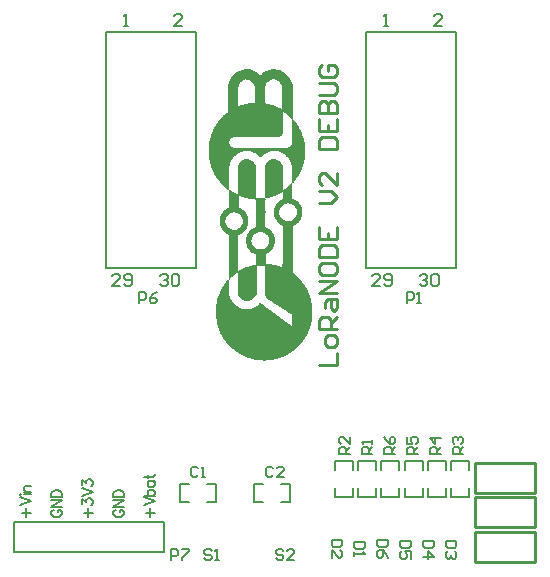
<source format=gto>
G04*
G04 #@! TF.GenerationSoftware,Altium Limited,Altium Designer,21.0.8 (223)*
G04*
G04 Layer_Color=65535*
%FSLAX25Y25*%
%MOIN*%
G70*
G04*
G04 #@! TF.SameCoordinates,E8E4A7BE-DB6F-4252-8793-17DB4AC6D9EE*
G04*
G04*
G04 #@! TF.FilePolarity,Positive*
G04*
G01*
G75*
%ADD10C,0.00394*%
%ADD11C,0.00984*%
%ADD12C,0.00500*%
%ADD13C,0.00100*%
%ADD14C,0.00591*%
%ADD15C,0.00787*%
%ADD16C,0.01000*%
D10*
X18561Y-30461D02*
D03*
X41640D02*
D03*
X49333D02*
D03*
X33947D02*
D03*
X57026D02*
D03*
X26254D02*
D03*
D11*
X84724Y-38797D02*
Y-29097D01*
X64724Y-38497D02*
Y-28797D01*
Y-38797D02*
X84724D01*
X64724Y-28797D02*
X84724D01*
X64882Y-5827D02*
X84882D01*
X64882Y-15827D02*
X84882D01*
X64882Y-15527D02*
Y-5827D01*
X84882Y-15827D02*
Y-6127D01*
Y-27312D02*
Y-17612D01*
X64882Y-27012D02*
Y-17312D01*
Y-27312D02*
X84882D01*
X64882Y-17312D02*
X84882D01*
D12*
X58307Y133425D02*
Y137795D01*
X28307D02*
X58307D01*
X28307Y59055D02*
Y137795D01*
Y59055D02*
X58307D01*
Y63425D01*
Y133425D01*
X-28307D02*
Y137795D01*
X-58307D02*
X-28307D01*
X-58307Y59055D02*
Y137795D01*
Y59055D02*
X-28307D01*
Y63425D01*
Y133425D01*
X-38976Y-35512D02*
Y-25512D01*
X-88976D02*
X-38976D01*
X-88976Y-35512D02*
Y-25512D01*
Y-35512D02*
X-38976D01*
X-8953Y-18728D02*
Y-12728D01*
X-5953D01*
X-8953Y-18728D02*
X-5953D01*
X3047D02*
Y-12728D01*
X47Y-18728D02*
X3047D01*
X47Y-12728D02*
X3047D01*
X-33559Y-18728D02*
Y-12728D01*
X-30559D01*
X-33559Y-18728D02*
X-30559D01*
X-21559D02*
Y-12728D01*
X-24559Y-18728D02*
X-21559D01*
X-24559Y-12728D02*
X-21559D01*
D13*
X3104Y44314D02*
Y74814D01*
X904Y45714D02*
Y75114D01*
X3004Y44314D02*
Y74714D01*
X2804Y44414D02*
Y74714D01*
X2704Y44514D02*
Y74714D01*
X2604Y44614D02*
Y74714D01*
X2504Y44614D02*
Y74714D01*
X2404Y44714D02*
Y74714D01*
X2304Y44814D02*
Y74714D01*
X2204Y44814D02*
Y74714D01*
X2104Y44914D02*
Y74714D01*
X2004Y45014D02*
Y74714D01*
X1904Y45014D02*
Y74714D01*
X1804Y45114D02*
Y74714D01*
X1704Y45214D02*
Y74814D01*
X1604Y45214D02*
Y74814D01*
X1504Y45314D02*
Y74814D01*
X1404Y45414D02*
Y74814D01*
X1304Y45414D02*
Y74914D01*
X1204Y45514D02*
Y74914D01*
X1104Y45614D02*
Y74914D01*
X1004Y45614D02*
Y75014D01*
X804Y45714D02*
Y75114D01*
X704Y45814D02*
Y75114D01*
X3604Y44014D02*
Y75014D01*
X3504Y44014D02*
Y74914D01*
X3404Y44114D02*
Y74914D01*
X3304Y44114D02*
Y74814D01*
X3204Y44214D02*
Y74814D01*
X-20896Y39714D02*
Y49614D01*
X-12896Y103014D02*
Y113614D01*
X-4896Y103014D02*
Y113914D01*
X3104Y109714D02*
Y121614D01*
X-20996Y40014D02*
Y49314D01*
X-21096Y40314D02*
Y49014D01*
X-21196Y40814D02*
Y48714D01*
X-19096Y35914D02*
Y53214D01*
X-17496Y33714D02*
Y50414D01*
X-17596Y33814D02*
Y55114D01*
X-17696Y33914D02*
Y55114D01*
X-17796Y34114D02*
Y55014D01*
X-17896Y34314D02*
Y54914D01*
X-17996Y34414D02*
Y54814D01*
X-18096Y34514D02*
Y54714D01*
X-18196Y34614D02*
Y54514D01*
X-18296Y34714D02*
Y54314D01*
X-18396Y34814D02*
Y54214D01*
X-18496Y35014D02*
Y54114D01*
X-18596Y35114D02*
Y54014D01*
X-18696Y35214D02*
Y53814D01*
X-18796Y35414D02*
Y53714D01*
X-18896Y35514D02*
Y53614D01*
X-18996Y35714D02*
Y53414D01*
X-16696Y33014D02*
Y48314D01*
X-16796Y33114D02*
Y48414D01*
X-16896Y33214D02*
Y48614D01*
X-16996Y33314D02*
Y48814D01*
X-17096Y33414D02*
Y49014D01*
X-17196Y33514D02*
Y49314D01*
X-17296Y33614D02*
Y49614D01*
X-17396Y33614D02*
Y49914D01*
X-19196Y36014D02*
Y53114D01*
X-19296Y36114D02*
Y53014D01*
X-19396Y36314D02*
Y52814D01*
X-19496Y36414D02*
Y52714D01*
X-19596Y36714D02*
Y52514D01*
X-19696Y36814D02*
Y52414D01*
X-19796Y37014D02*
Y52114D01*
X-19896Y37214D02*
Y51914D01*
X-19996Y37414D02*
Y51714D01*
X-20096Y37614D02*
Y51514D01*
X-20196Y37814D02*
Y51314D01*
X-20296Y38014D02*
Y51114D01*
X-20396Y38214D02*
Y51014D01*
X-20496Y38614D02*
Y50614D01*
X-20596Y38814D02*
Y50314D01*
X-20696Y39014D02*
Y50114D01*
X-20796Y39314D02*
Y49914D01*
X-3096Y48314D02*
Y60214D01*
X604Y45914D02*
Y61414D01*
X504Y45914D02*
Y60314D01*
X404Y46014D02*
Y59314D01*
X304Y46114D02*
Y59314D01*
X204Y46114D02*
Y59314D01*
X104Y46214D02*
Y59414D01*
X4Y46314D02*
Y59414D01*
X-96Y46314D02*
Y59514D01*
X-196Y46414D02*
Y59514D01*
X-296Y46514D02*
Y59514D01*
X-396Y46514D02*
Y59514D01*
X-496Y46614D02*
Y59614D01*
X-596Y46714D02*
Y59614D01*
X-696Y46714D02*
Y59714D01*
X-796Y46814D02*
Y59714D01*
X-896Y46914D02*
Y59714D01*
X-996Y46914D02*
Y59814D01*
X-1096Y47014D02*
Y59814D01*
X-1196Y47014D02*
Y59814D01*
X-1296Y47114D02*
Y59814D01*
X-1396Y47214D02*
Y59814D01*
X-1496Y47214D02*
Y59914D01*
X-1596Y47314D02*
Y59914D01*
X-1696Y47414D02*
Y60014D01*
X-1796Y47414D02*
Y60014D01*
X-1896Y47514D02*
Y60014D01*
X-1996Y47614D02*
Y60014D01*
X-2096Y47614D02*
Y60114D01*
X-2196Y47714D02*
Y60114D01*
X-2296Y47814D02*
Y60114D01*
X-2396Y47814D02*
Y60114D01*
X-2496Y47914D02*
Y60114D01*
X-2596Y48014D02*
Y60114D01*
X-2696Y48014D02*
Y60114D01*
X-2796Y48114D02*
Y60214D01*
X-2896Y48214D02*
Y60214D01*
X-2996Y48214D02*
Y60214D01*
X4904Y32714D02*
Y56514D01*
X4804Y32614D02*
Y56614D01*
X4704Y32514D02*
Y56714D01*
X4604Y32414D02*
Y56714D01*
X4504Y32414D02*
Y56814D01*
X4404Y32314D02*
Y56914D01*
X4304Y32214D02*
Y57014D01*
X4204Y32114D02*
Y57114D01*
X4104Y32014D02*
Y57214D01*
X4004Y31914D02*
Y57314D01*
X3904Y31814D02*
Y57414D01*
X3804Y31814D02*
Y57414D01*
X3704Y31714D02*
Y57514D01*
X7704Y35914D02*
Y53314D01*
X7604Y35814D02*
Y53414D01*
X7504Y35614D02*
Y53514D01*
X7404Y35514D02*
Y53814D01*
X7304Y35414D02*
Y53914D01*
X7204Y35314D02*
Y54014D01*
X7104Y35114D02*
Y54114D01*
X7004Y34914D02*
Y54214D01*
X6904Y34814D02*
Y54414D01*
X6804Y34714D02*
Y54514D01*
X6704Y34614D02*
Y54614D01*
X6604Y34514D02*
Y54714D01*
X6504Y34314D02*
Y54814D01*
X6404Y34214D02*
Y54914D01*
X6304Y34114D02*
Y55114D01*
X6204Y34014D02*
Y55214D01*
X6104Y33914D02*
Y55314D01*
X6004Y33714D02*
Y55414D01*
X5904Y33714D02*
Y55514D01*
X5804Y33614D02*
Y55614D01*
X5704Y33514D02*
Y55714D01*
X5604Y33414D02*
Y55814D01*
X5504Y33314D02*
Y55914D01*
X5404Y33214D02*
Y56014D01*
X5304Y33114D02*
Y56114D01*
X5204Y33014D02*
Y56214D01*
X5104Y32914D02*
Y56314D01*
X5004Y32814D02*
Y56414D01*
X8904Y38114D02*
Y51014D01*
X9204Y38814D02*
Y50414D01*
X9104Y38614D02*
Y50614D01*
X9004Y38314D02*
Y50814D01*
X8804Y37914D02*
Y51314D01*
X8704Y37614D02*
Y51514D01*
X8604Y37514D02*
Y51714D01*
X8504Y37314D02*
Y52014D01*
X8404Y37114D02*
Y52114D01*
X8304Y36914D02*
Y52314D01*
X8204Y36814D02*
Y52414D01*
X8104Y36614D02*
Y52614D01*
X8004Y36414D02*
Y52814D01*
X7904Y36214D02*
Y52914D01*
X7804Y36014D02*
Y53114D01*
X9804Y40714D02*
Y48414D01*
X9704Y40414D02*
Y48814D01*
X9604Y40114D02*
Y49214D01*
X9504Y39714D02*
Y49514D01*
X9404Y39414D02*
Y49814D01*
X9304Y39214D02*
Y50014D01*
X-17496Y93014D02*
Y120414D01*
X-15896Y78014D02*
Y84314D01*
X-15996Y78014D02*
Y84414D01*
X-16096Y78014D02*
Y84414D01*
X-16196Y78014D02*
Y84514D01*
X-16296Y78014D02*
Y84514D01*
X-16396Y77914D02*
Y84614D01*
X-16496Y77914D02*
Y84714D01*
X-16596Y77914D02*
Y84714D01*
X-16696Y77814D02*
Y84814D01*
X-16796Y77814D02*
Y84914D01*
X-16896Y77714D02*
Y85014D01*
X-16996Y77714D02*
Y85014D01*
X-17096Y77714D02*
Y85114D01*
X-17196Y77614D02*
Y85214D01*
X-17296Y77514D02*
Y85214D01*
X-17396Y77514D02*
Y85114D01*
X-15096Y103014D02*
Y124114D01*
X-14496Y103014D02*
Y124514D01*
X-14596Y103014D02*
Y124414D01*
X-14696Y103014D02*
Y124314D01*
X-14796Y103014D02*
Y124314D01*
X-14896Y103014D02*
Y124314D01*
X-14996Y103014D02*
Y124214D01*
X-15196Y103014D02*
Y124014D01*
X-15296Y103014D02*
Y123914D01*
X-15396Y103014D02*
Y123814D01*
X-15496Y103014D02*
Y123814D01*
X-15596Y103014D02*
Y123714D01*
X-15696Y103014D02*
Y123614D01*
X-15796Y103014D02*
Y123514D01*
X-15896Y103014D02*
Y123414D01*
X-15996Y103014D02*
Y123314D01*
X-16096Y103014D02*
Y123214D01*
X-16196Y103014D02*
Y123014D01*
X-16296Y102914D02*
Y122914D01*
X-16396Y102914D02*
Y122814D01*
X-16496Y102914D02*
Y122714D01*
X-16596Y102814D02*
Y122614D01*
X-16696Y102714D02*
Y122414D01*
X-16796Y102714D02*
Y122214D01*
X-16896Y102614D02*
Y122114D01*
X-16996Y102514D02*
Y121914D01*
X-17096Y102414D02*
Y121614D01*
X-17196Y102214D02*
Y121414D01*
X-17296Y102014D02*
Y121114D01*
X-17396Y101914D02*
Y120814D01*
X-12996Y103014D02*
Y113514D01*
X-13096Y103014D02*
Y113414D01*
X-13196Y103014D02*
Y113414D01*
X-13296Y103014D02*
Y113414D01*
X-13396Y103014D02*
Y113414D01*
X-13496Y103014D02*
Y113314D01*
X-13596Y103014D02*
Y113314D01*
X-13696Y103014D02*
Y113314D01*
X-13796Y103014D02*
Y113214D01*
X-13896Y103014D02*
Y113214D01*
X-13996Y103014D02*
Y113214D01*
X-14096Y103014D02*
Y113114D01*
X-14196Y103014D02*
Y113114D01*
X-14296Y103014D02*
Y113014D01*
X-14396Y103014D02*
Y113014D01*
X-11096Y103014D02*
Y113914D01*
X-7096Y71414D02*
Y82414D01*
X-5496Y71114D02*
Y82514D01*
X-5596Y71114D02*
Y82514D01*
X-5696Y71214D02*
Y82514D01*
X-5796Y71214D02*
Y82514D01*
X-5896Y71314D02*
Y82514D01*
X-5996Y71314D02*
Y82514D01*
X-6096Y71314D02*
Y82414D01*
X-6196Y71414D02*
Y82414D01*
X-6296Y71414D02*
Y82414D01*
X-6396Y71414D02*
Y82414D01*
X-6496Y71414D02*
Y82414D01*
X-6596Y71414D02*
Y82414D01*
X-6696Y71414D02*
Y82414D01*
X-6796Y71414D02*
Y82414D01*
X-6996Y71414D02*
Y82414D01*
X-7196Y71414D02*
Y82414D01*
X-7296Y71414D02*
Y82414D01*
X-6896Y71414D02*
Y82314D01*
X-7396Y71414D02*
Y82314D01*
X-7496Y71414D02*
Y82314D01*
X-7596Y71414D02*
Y82314D01*
X-7696Y71314D02*
Y82314D01*
X-7796Y71314D02*
Y82314D01*
X-7896Y71314D02*
Y82314D01*
X-7996Y71214D02*
Y82314D01*
X-8096Y71214D02*
Y82314D01*
X-8196Y71114D02*
Y82314D01*
X-8296Y71114D02*
Y82314D01*
X-8396Y71114D02*
Y82314D01*
X-11196Y103014D02*
Y113914D01*
X-11296Y103014D02*
Y113914D01*
X-11396Y103014D02*
Y113914D01*
X-11496Y103014D02*
Y113914D01*
X-11596Y103014D02*
Y113914D01*
X-11696Y103014D02*
Y113814D01*
X-11796Y103014D02*
Y113814D01*
X-11896Y103014D02*
Y113814D01*
X-11996Y103014D02*
Y113814D01*
X-12096Y103014D02*
Y113714D01*
X-12196Y103014D02*
Y113714D01*
X-12296Y103014D02*
Y113714D01*
X-12396Y103014D02*
Y113714D01*
X-12496Y103014D02*
Y113614D01*
X-12596Y103014D02*
Y113614D01*
X-12696Y103014D02*
Y113614D01*
X-12796Y103014D02*
Y113614D01*
X-7096Y103014D02*
Y123414D01*
X-5596Y103014D02*
Y124414D01*
X-5696Y103014D02*
Y124314D01*
X-5796Y103014D02*
Y124314D01*
X-5896Y103014D02*
Y124214D01*
X-5996Y103014D02*
Y124114D01*
X-6096Y103014D02*
Y124014D01*
X-6196Y103014D02*
Y123914D01*
X-6296Y103014D02*
Y123814D01*
X-6396Y103014D02*
Y123714D01*
X-6496Y103014D02*
Y123614D01*
X-6596Y103014D02*
Y123514D01*
X-6696Y103014D02*
Y123414D01*
X-6796Y103014D02*
Y123414D01*
X-6896Y103014D02*
Y123314D01*
X-6996Y103014D02*
Y123314D01*
X-7196Y103014D02*
Y123514D01*
X-7296Y103014D02*
Y123614D01*
X-7396Y103014D02*
Y123614D01*
X-7496Y103014D02*
Y123714D01*
X-7596Y103014D02*
Y123814D01*
X-7696Y103014D02*
Y123914D01*
X-7796Y103014D02*
Y124014D01*
X-7896Y103014D02*
Y124114D01*
X-7996Y103014D02*
Y124214D01*
X-8096Y103014D02*
Y124314D01*
X-8196Y103014D02*
Y124314D01*
X-8296Y103014D02*
Y124414D01*
X-8396Y103014D02*
Y124514D01*
X-8496Y103014D02*
Y124514D01*
X-8596Y103014D02*
Y124614D01*
X-4996Y103014D02*
Y113914D01*
X-5096Y103014D02*
Y113914D01*
X-5196Y103014D02*
Y114014D01*
X-5296Y103014D02*
Y114014D01*
X-5396Y103014D02*
Y114014D01*
X-5496Y103014D02*
Y114014D01*
X-8696Y103014D02*
Y114214D01*
X-8796Y103014D02*
Y114214D01*
X-8896Y103014D02*
Y114214D01*
X-8996Y103014D02*
Y114214D01*
X-9096Y103014D02*
Y114214D01*
X-9196Y103014D02*
Y114214D01*
X-9296Y103014D02*
Y114214D01*
X-9396Y103014D02*
Y114214D01*
X-9496Y103014D02*
Y114214D01*
X-9596Y103014D02*
Y114214D01*
X-9696Y103014D02*
Y114214D01*
X-9796Y103014D02*
Y114214D01*
X-9896Y103014D02*
Y114114D01*
X-9996Y103014D02*
Y114114D01*
X-10096Y103014D02*
Y114114D01*
X-10196Y103014D02*
Y114114D01*
X-10296Y103014D02*
Y114114D01*
X-10396Y103014D02*
Y114114D01*
X-10496Y103014D02*
Y114114D01*
X-10596Y103014D02*
Y114114D01*
X-10696Y103014D02*
Y114014D01*
X-10796Y103014D02*
Y114014D01*
X-10896Y103014D02*
Y114014D01*
X-10996Y103014D02*
Y113914D01*
X-3096Y103014D02*
Y113414D01*
X-896Y74614D02*
Y81014D01*
X-996Y74714D02*
Y80914D01*
X-1096Y74814D02*
Y80814D01*
X-1196Y74914D02*
Y80714D01*
X-1296Y75014D02*
Y80614D01*
X-1396Y75114D02*
Y80514D01*
X-1496Y75314D02*
Y80414D01*
X-3196Y103014D02*
Y113414D01*
X-3296Y103014D02*
Y113514D01*
X-3396Y103014D02*
Y113514D01*
X-3496Y103014D02*
Y113514D01*
X-3596Y103014D02*
Y113614D01*
X-3696Y103014D02*
Y113614D01*
X-3796Y103014D02*
Y113614D01*
X-3896Y103014D02*
Y113614D01*
X-3996Y103014D02*
Y113714D01*
X-4096Y103014D02*
Y113714D01*
X-4196Y103014D02*
Y113714D01*
X-4296Y103014D02*
Y113714D01*
X-4396Y103014D02*
Y113814D01*
X-4496Y103014D02*
Y113814D01*
X-4596Y103014D02*
Y113814D01*
X-4696Y103014D02*
Y113914D01*
X-4796Y103014D02*
Y113914D01*
X904Y111514D02*
Y124314D01*
X3004Y109814D02*
Y121814D01*
X2904Y109914D02*
Y122014D01*
X2804Y110014D02*
Y122114D01*
X2704Y110114D02*
Y122414D01*
X2604Y110114D02*
Y122514D01*
X2504Y110214D02*
Y122614D01*
X2404Y110314D02*
Y122814D01*
X2304Y110414D02*
Y122914D01*
X2204Y110514D02*
Y123014D01*
X2104Y110614D02*
Y123114D01*
X2004Y110714D02*
Y123214D01*
X1904Y110714D02*
Y123314D01*
X1804Y110814D02*
Y123414D01*
X1704Y110914D02*
Y123514D01*
X1604Y111014D02*
Y123614D01*
X1504Y111114D02*
Y123714D01*
X1404Y111114D02*
Y123814D01*
X1304Y111214D02*
Y123914D01*
X1204Y111214D02*
Y124014D01*
X1104Y111314D02*
Y124114D01*
X1004Y111414D02*
Y124214D01*
X804Y111514D02*
Y124314D01*
X704Y111614D02*
Y124414D01*
X604Y111714D02*
Y124514D01*
X504Y111814D02*
Y124514D01*
X-196Y103414D02*
Y112314D01*
X-296Y103314D02*
Y112314D01*
X-396Y103314D02*
Y112414D01*
X-496Y103214D02*
Y112414D01*
X-596Y103114D02*
Y112414D01*
X-696Y103114D02*
Y112514D01*
X-796Y103114D02*
Y112514D01*
X-896Y103014D02*
Y112614D01*
X-996Y103014D02*
Y112614D01*
X-1096Y103014D02*
Y112614D01*
X-1196Y103014D02*
Y112714D01*
X-1296Y103014D02*
Y112814D01*
X-1396Y103014D02*
Y112814D01*
X-1496Y103014D02*
Y112814D01*
X-1596Y103014D02*
Y112914D01*
X-1696Y103014D02*
Y112914D01*
X-1796Y103014D02*
Y112914D01*
X-1896Y103014D02*
Y113014D01*
X-1996Y103014D02*
Y113014D01*
X-2096Y103014D02*
Y113014D01*
X-2196Y103014D02*
Y113114D01*
X-2296Y103014D02*
Y113114D01*
X-2396Y103014D02*
Y113214D01*
X-2496Y103014D02*
Y113214D01*
X-2596Y103014D02*
Y113314D01*
X-2696Y103014D02*
Y113314D01*
X-2796Y103014D02*
Y113314D01*
X-2896Y103014D02*
Y113314D01*
X-2996Y103014D02*
Y113414D01*
X6104Y75314D02*
Y80414D01*
X6004Y75214D02*
Y80614D01*
X5904Y74914D02*
Y80714D01*
X5804Y74814D02*
Y80814D01*
X5704Y74714D02*
Y80914D01*
X5604Y74614D02*
Y81014D01*
X5504Y74514D02*
Y81114D01*
X3604Y109014D02*
Y120314D01*
X3504Y109214D02*
Y120414D01*
X3404Y109314D02*
Y120814D01*
X3304Y109414D02*
Y121114D01*
X3204Y109514D02*
Y121314D01*
X-12896Y30414D02*
Y45514D01*
X-4896Y28714D02*
Y45914D01*
X3104Y31314D02*
Y39914D01*
X-12896Y49014D02*
Y58814D01*
X-4896Y49714D02*
Y60414D01*
X-12896Y76214D02*
Y78614D01*
X-20896Y88814D02*
Y107814D01*
X-12896Y83114D02*
Y94914D01*
X-4896Y82714D02*
Y93914D01*
X3104Y80914D02*
Y87014D01*
X-12896Y121914D02*
Y125114D01*
X-4896Y121114D02*
Y124714D01*
X-21296Y41114D02*
Y48114D01*
X-21396Y41714D02*
Y47814D01*
X-21496Y42414D02*
Y47214D01*
X-21596Y43214D02*
Y45814D01*
X-15096Y31714D02*
Y46614D01*
X-12996Y30414D02*
Y45514D01*
X-13096Y30414D02*
Y45614D01*
X-13196Y30514D02*
Y45614D01*
X-13296Y30514D02*
Y45614D01*
X-13396Y30614D02*
Y45614D01*
X-13496Y30714D02*
Y45714D01*
X-13596Y30714D02*
Y45714D01*
X-13696Y30714D02*
Y45814D01*
X-13796Y30814D02*
Y45814D01*
X-13896Y30914D02*
Y45814D01*
X-13996Y31014D02*
Y45914D01*
X-14096Y31014D02*
Y45914D01*
X-14196Y31114D02*
Y46014D01*
X-14296Y31214D02*
Y46114D01*
X-14396Y31214D02*
Y46114D01*
X-14496Y31314D02*
Y46214D01*
X-14596Y31414D02*
Y46314D01*
X-14696Y31414D02*
Y46314D01*
X-14796Y31514D02*
Y46414D01*
X-14896Y31514D02*
Y46414D01*
X-14996Y31614D02*
Y46514D01*
X-15196Y31814D02*
Y46714D01*
X-15296Y31814D02*
Y46814D01*
X-15396Y31914D02*
Y46914D01*
X-15496Y32014D02*
Y47014D01*
X-15596Y32114D02*
Y47114D01*
X-15696Y32214D02*
Y47214D01*
X-15796Y32314D02*
Y47314D01*
X-15896Y32414D02*
Y47414D01*
X-15996Y32414D02*
Y47414D01*
X-16096Y32514D02*
Y47514D01*
X-16196Y32514D02*
Y47614D01*
X-16296Y32614D02*
Y47714D01*
X-16396Y32714D02*
Y47814D01*
X-16496Y32814D02*
Y48114D01*
X-16596Y32914D02*
Y48214D01*
X-11096Y29614D02*
Y45414D01*
X-11196Y29614D02*
Y45314D01*
X-11296Y29714D02*
Y45414D01*
X-11396Y29714D02*
Y45314D01*
X-11496Y29714D02*
Y45314D01*
X-11596Y29814D02*
Y45414D01*
X-11696Y29814D02*
Y45414D01*
X-11796Y29814D02*
Y45414D01*
X-11896Y29914D02*
Y45414D01*
X-11996Y29914D02*
Y45414D01*
X-12096Y30014D02*
Y45414D01*
X-12196Y30014D02*
Y45414D01*
X-12296Y30014D02*
Y45414D01*
X-12396Y30114D02*
Y45414D01*
X-12496Y30114D02*
Y45414D01*
X-12596Y30214D02*
Y45514D01*
X-12696Y30314D02*
Y45514D01*
X-12796Y30314D02*
Y45514D01*
X-7096Y28714D02*
Y47314D01*
X-4996Y28714D02*
Y45914D01*
X-5096Y28614D02*
Y46014D01*
X-5196Y28614D02*
Y46114D01*
X-5296Y28614D02*
Y46214D01*
X-5396Y28614D02*
Y46214D01*
X-5496Y28614D02*
Y46314D01*
X-5596Y28614D02*
Y46414D01*
X-5696Y28614D02*
Y46514D01*
X-5796Y28614D02*
Y46514D01*
X-5896Y28614D02*
Y46614D01*
X-5996Y28614D02*
Y46714D01*
X-6096Y28714D02*
Y46814D01*
X-6196Y28714D02*
Y46814D01*
X-6296Y28714D02*
Y46914D01*
X-6396Y28714D02*
Y47014D01*
X-6496Y28714D02*
Y47114D01*
X-6596Y28714D02*
Y47114D01*
X-6696Y28714D02*
Y47214D01*
X-6796Y28714D02*
Y47314D01*
X-6896Y28714D02*
Y47414D01*
X-6996Y28714D02*
Y47414D01*
X-7196Y28714D02*
Y47214D01*
X-7296Y28714D02*
Y47014D01*
X-7396Y28714D02*
Y46914D01*
X-7496Y28714D02*
Y46814D01*
X-7596Y28714D02*
Y46714D01*
X-7696Y28814D02*
Y46714D01*
X-7796Y28814D02*
Y46614D01*
X-7896Y28814D02*
Y46514D01*
X-7996Y28814D02*
Y46414D01*
X-8096Y28814D02*
Y46414D01*
X-8196Y28814D02*
Y46314D01*
X-8296Y28914D02*
Y46314D01*
X-8396Y28914D02*
Y46214D01*
X-8496Y28914D02*
Y46214D01*
X-8596Y28914D02*
Y46114D01*
X-8696Y28914D02*
Y46014D01*
X-8796Y28914D02*
Y46014D01*
X-8896Y28914D02*
Y46014D01*
X-8996Y29014D02*
Y45914D01*
X-9096Y29014D02*
Y45914D01*
X-9196Y29014D02*
Y45814D01*
X-9296Y29014D02*
Y45814D01*
X-9396Y29114D02*
Y45814D01*
X-9496Y29114D02*
Y45714D01*
X-9596Y29114D02*
Y45714D01*
X-9696Y29114D02*
Y45614D01*
X-9796Y29214D02*
Y45614D01*
X-9896Y29214D02*
Y45614D01*
X-9996Y29214D02*
Y45614D01*
X-10096Y29314D02*
Y45514D01*
X-10196Y29314D02*
Y45514D01*
X-10296Y29314D02*
Y45514D01*
X-10396Y29414D02*
Y45514D01*
X-10496Y29414D02*
Y45414D01*
X-10596Y29414D02*
Y45414D01*
X-10696Y29414D02*
Y45414D01*
X-10796Y29414D02*
Y45414D01*
X-10896Y29514D02*
Y45414D01*
X-10996Y29514D02*
Y45414D01*
X-3096Y28814D02*
Y44514D01*
X-3196Y28814D02*
Y44614D01*
X-3296Y28814D02*
Y44714D01*
X-3396Y28814D02*
Y44714D01*
X-3496Y28814D02*
Y44814D01*
X-3596Y28814D02*
Y44914D01*
X-3696Y28714D02*
Y45014D01*
X-3796Y28714D02*
Y45014D01*
X-3896Y28714D02*
Y45114D01*
X-3996Y28714D02*
Y45214D01*
X-4096Y28714D02*
Y45314D01*
X-4196Y28714D02*
Y45314D01*
X-4296Y28714D02*
Y45414D01*
X-4396Y28714D02*
Y45514D01*
X-4496Y28714D02*
Y45614D01*
X-4596Y28714D02*
Y45614D01*
X-4696Y28714D02*
Y45714D01*
X-4796Y28714D02*
Y45814D01*
X904Y30114D02*
Y41514D01*
X3004Y31214D02*
Y40014D01*
X2904Y31114D02*
Y40014D01*
X2804Y31014D02*
Y40114D01*
X2704Y31014D02*
Y40214D01*
X2604Y31014D02*
Y40314D01*
X2504Y30914D02*
Y40314D01*
X2404Y30814D02*
Y40414D01*
X2304Y30814D02*
Y40514D01*
X2204Y30714D02*
Y40614D01*
X2104Y30714D02*
Y40614D01*
X2004Y30614D02*
Y40714D01*
X1904Y30514D02*
Y40814D01*
X1804Y30514D02*
Y40914D01*
X1704Y30514D02*
Y40914D01*
X1604Y30414D02*
Y41014D01*
X1504Y30314D02*
Y41114D01*
X1404Y30314D02*
Y41214D01*
X1304Y30214D02*
Y41214D01*
X1204Y30114D02*
Y41314D01*
X1104Y30114D02*
Y41414D01*
X1004Y30114D02*
Y41514D01*
X804Y30014D02*
Y41614D01*
X704Y30014D02*
Y41714D01*
X604Y29914D02*
Y41814D01*
X504Y29914D02*
Y41814D01*
X404Y29814D02*
Y41914D01*
X304Y29814D02*
Y42014D01*
X204Y29814D02*
Y42114D01*
X104Y29714D02*
Y42114D01*
X4Y29714D02*
Y42214D01*
X-96Y29714D02*
Y42314D01*
X-196Y29614D02*
Y42414D01*
X-296Y29614D02*
Y42414D01*
X-396Y29614D02*
Y42514D01*
X-496Y29514D02*
Y42614D01*
X-596Y29514D02*
Y42714D01*
X-696Y29414D02*
Y42714D01*
X-796Y29414D02*
Y42814D01*
X-896Y29414D02*
Y42914D01*
X-996Y29314D02*
Y43014D01*
X-1096Y29314D02*
Y43014D01*
X-1196Y29314D02*
Y43114D01*
X-1296Y29314D02*
Y43214D01*
X-1396Y29214D02*
Y43214D01*
X-1496Y29214D02*
Y43314D01*
X-1596Y29214D02*
Y43414D01*
X-1696Y29214D02*
Y43514D01*
X-1796Y29114D02*
Y43514D01*
X-1896Y29114D02*
Y43614D01*
X-1996Y29114D02*
Y43714D01*
X-2096Y29114D02*
Y43814D01*
X-2196Y29014D02*
Y43814D01*
X-2296Y29014D02*
Y43914D01*
X-2396Y29014D02*
Y44014D01*
X-2496Y29014D02*
Y44114D01*
X-2596Y28914D02*
Y44114D01*
X-2696Y28914D02*
Y44214D01*
X-2796Y28914D02*
Y44314D01*
X-2896Y28914D02*
Y44414D01*
X-2996Y28914D02*
Y44414D01*
X3604Y31714D02*
Y39514D01*
X3504Y31614D02*
Y39614D01*
X3404Y31514D02*
Y39714D01*
X3304Y31414D02*
Y39714D01*
X3204Y31314D02*
Y39814D01*
X9904Y41214D02*
Y47914D01*
X10104Y42414D02*
Y46814D01*
X10004Y41614D02*
Y47614D01*
X10204Y43114D02*
Y46014D01*
X-15096Y57614D02*
Y71914D01*
X-14496Y58014D02*
Y72014D01*
X-14596Y57914D02*
Y72014D01*
X-14696Y57914D02*
Y71914D01*
X-14796Y57814D02*
Y71914D01*
X-14896Y57714D02*
Y71914D01*
X-14996Y57714D02*
Y71914D01*
X-15196Y57514D02*
Y71814D01*
X-15296Y57414D02*
Y71814D01*
X-15396Y57314D02*
Y71814D01*
X-15496Y57314D02*
Y71814D01*
X-15596Y57214D02*
Y71814D01*
X-15696Y57114D02*
Y71814D01*
X-15796Y57014D02*
Y71814D01*
X-15896Y56914D02*
Y71814D01*
X-15996Y56914D02*
Y71814D01*
X-16096Y56814D02*
Y71814D01*
X-16196Y56714D02*
Y71914D01*
X-16296Y56614D02*
Y71914D01*
X-16396Y56614D02*
Y71914D01*
X-16496Y56514D02*
Y71914D01*
X-16596Y56414D02*
Y71914D01*
X-16696Y56314D02*
Y72014D01*
X-16796Y56214D02*
Y72014D01*
X-16896Y56114D02*
Y72014D01*
X-16996Y56014D02*
Y72114D01*
X-17096Y55914D02*
Y72214D01*
X-17196Y55814D02*
Y72214D01*
X-17296Y55714D02*
Y72214D01*
X-17396Y55514D02*
Y72314D01*
X-19096Y71814D02*
Y78014D01*
X-12996Y49014D02*
Y58714D01*
X-13096Y49114D02*
Y58714D01*
X-13196Y49114D02*
Y58714D01*
X-13296Y49214D02*
Y58614D01*
X-13396Y49314D02*
Y58614D01*
X-13496Y49414D02*
Y58514D01*
X-13596Y49514D02*
Y58514D01*
X-13696Y49614D02*
Y58414D01*
X-13796Y49814D02*
Y58414D01*
X-13896Y49914D02*
Y58314D01*
X-13996Y50014D02*
Y58214D01*
X-14096Y50214D02*
Y58214D01*
X-14196Y50414D02*
Y58114D01*
X-14296Y50714D02*
Y58014D01*
X-14396Y51114D02*
Y57914D01*
X-19196Y71914D02*
Y77914D01*
X-18896Y71614D02*
Y78214D01*
X-18996Y71714D02*
Y78114D01*
X-19296Y72014D02*
Y77814D01*
X-19396Y72114D02*
Y77714D01*
X-19496Y72214D02*
Y77614D01*
X-19596Y72414D02*
Y77414D01*
X-19696Y72614D02*
Y77214D01*
X-19796Y72814D02*
Y77014D01*
X-19896Y73014D02*
Y76814D01*
X-19996Y73214D02*
Y76514D01*
X-20096Y73514D02*
Y76314D01*
X-18496Y76214D02*
Y78614D01*
X-18596Y76014D02*
Y78514D01*
X-18696Y75714D02*
Y78414D01*
X-18796Y75114D02*
Y78314D01*
X-11096Y48414D02*
Y59514D01*
X-11196Y48414D02*
Y59514D01*
X-11296Y48414D02*
Y59414D01*
X-11396Y48414D02*
Y59314D01*
X-11496Y48414D02*
Y59314D01*
X-11596Y48414D02*
Y59314D01*
X-11696Y48414D02*
Y59314D01*
X-11796Y48414D02*
Y59314D01*
X-11896Y48414D02*
Y59314D01*
X-11996Y48514D02*
Y59314D01*
X-12096Y48514D02*
Y59214D01*
X-12196Y48514D02*
Y59214D01*
X-12296Y48614D02*
Y59114D01*
X-12396Y48614D02*
Y59114D01*
X-12496Y48714D02*
Y59014D01*
X-12596Y48714D02*
Y59014D01*
X-12696Y48814D02*
Y58914D01*
X-12796Y48914D02*
Y58914D01*
X-7096Y60214D02*
Y65314D01*
X-4996Y49914D02*
Y60414D01*
X-5096Y50114D02*
Y60414D01*
X-5196Y50314D02*
Y60414D01*
X-8496Y50414D02*
Y60114D01*
X-8596Y50214D02*
Y60114D01*
X-8696Y50014D02*
Y60114D01*
X-8796Y49914D02*
Y60114D01*
X-8896Y49814D02*
Y60114D01*
X-8996Y49714D02*
Y60114D01*
X-9096Y49514D02*
Y60114D01*
X-9196Y49414D02*
Y60014D01*
X-9296Y49314D02*
Y60014D01*
X-9396Y49314D02*
Y60014D01*
X-9496Y49214D02*
Y60014D01*
X-9596Y49214D02*
Y59914D01*
X-9696Y49114D02*
Y59914D01*
X-9796Y49014D02*
Y59914D01*
X-9896Y48914D02*
Y59914D01*
X-9996Y48914D02*
Y59814D01*
X-10096Y48814D02*
Y59814D01*
X-10196Y48714D02*
Y59814D01*
X-10296Y48714D02*
Y59814D01*
X-10396Y48714D02*
Y59714D01*
X-10496Y48614D02*
Y59714D01*
X-10596Y48614D02*
Y59614D01*
X-10696Y48514D02*
Y59614D01*
X-10796Y48514D02*
Y59614D01*
X-10896Y48414D02*
Y59614D01*
X-10996Y48414D02*
Y59514D01*
X-5396Y60214D02*
Y65614D01*
X-5496Y60214D02*
Y65614D01*
X-5596Y60214D02*
Y65514D01*
X-5696Y60214D02*
Y65514D01*
X-5796Y60214D02*
Y65514D01*
X-5896Y60214D02*
Y65414D01*
X-5996Y60214D02*
Y65414D01*
X-6096Y60214D02*
Y65414D01*
X-6196Y60214D02*
Y65314D01*
X-6296Y60214D02*
Y65314D01*
X-6396Y60214D02*
Y65314D01*
X-6496Y60214D02*
Y65314D01*
X-6596Y60214D02*
Y65314D01*
X-6696Y60214D02*
Y65314D01*
X-6796Y60214D02*
Y65314D01*
X-6896Y60214D02*
Y65314D01*
X-6996Y60214D02*
Y65314D01*
X-7196Y60214D02*
Y65314D01*
X-7296Y60214D02*
Y65314D01*
X-7396Y60214D02*
Y65314D01*
X-7496Y60214D02*
Y65314D01*
X-7596Y60214D02*
Y65314D01*
X-7696Y60214D02*
Y65414D01*
X-7796Y60214D02*
Y65414D01*
X-7896Y60214D02*
Y65414D01*
X-7996Y60214D02*
Y65514D01*
X-8096Y60214D02*
Y65514D01*
X-8196Y60214D02*
Y65614D01*
X-8296Y60214D02*
Y65614D01*
X-8396Y50614D02*
Y60114D01*
X-12196Y71914D02*
Y77914D01*
X-12296Y71814D02*
Y78014D01*
X-12396Y71714D02*
Y78114D01*
X-12496Y71614D02*
Y78214D01*
X-12596Y71514D02*
Y78314D01*
X-11096Y66214D02*
Y70414D01*
X-5296Y60214D02*
Y63814D01*
X-8396Y60214D02*
Y61814D01*
X-11196Y66514D02*
Y70214D01*
X-11296Y66714D02*
Y69914D01*
X-11396Y67114D02*
Y69614D01*
X-11496Y67514D02*
Y69314D01*
X-11596Y68114D02*
Y68514D01*
X-10096Y64914D02*
Y71714D01*
X-10196Y65014D02*
Y71614D01*
X-10296Y65114D02*
Y71514D01*
X-10396Y65214D02*
Y71414D01*
X-10496Y65314D02*
Y71314D01*
X-10596Y65414D02*
Y71214D01*
X-10696Y65614D02*
Y71114D01*
X-10796Y65814D02*
Y70914D01*
X-10896Y66014D02*
Y70714D01*
X-10996Y66114D02*
Y70514D01*
X-12696Y75614D02*
Y78414D01*
X-12796Y75914D02*
Y78514D01*
X-11396Y73314D02*
Y76514D01*
X-11496Y73014D02*
Y76714D01*
X-11596Y72814D02*
Y77014D01*
X-11696Y72614D02*
Y77214D01*
X-11796Y72514D02*
Y77314D01*
X-11896Y72314D02*
Y77514D01*
X-11996Y72114D02*
Y77714D01*
X-12096Y72014D02*
Y77814D01*
X-3196Y48414D02*
Y60214D01*
X-3296Y48414D02*
Y60314D01*
X-3396Y48514D02*
Y60314D01*
X-3496Y48614D02*
Y60314D01*
X-3596Y48614D02*
Y60314D01*
X-3696Y48714D02*
Y60314D01*
X-3796Y48714D02*
Y60314D01*
X-3896Y48814D02*
Y60314D01*
X-3996Y48914D02*
Y60314D01*
X-4096Y48914D02*
Y60314D01*
X-4196Y49014D02*
Y60314D01*
X-4296Y49014D02*
Y60414D01*
X-4396Y49114D02*
Y60414D01*
X-4496Y49214D02*
Y60414D01*
X-4596Y49314D02*
Y60414D01*
X-4696Y49414D02*
Y60414D01*
X-4796Y49514D02*
Y60414D01*
X-1596Y75414D02*
Y80214D01*
X-1696Y75514D02*
Y80114D01*
X-3096Y65814D02*
Y71014D01*
X-3196Y65614D02*
Y71114D01*
X-3296Y65514D02*
Y71214D01*
X-3396Y65414D02*
Y71414D01*
X-3496Y65314D02*
Y71514D01*
X-3596Y65214D02*
Y71614D01*
X-3696Y65114D02*
Y71714D01*
X-3796Y65014D02*
Y71814D01*
X-2796Y66214D02*
Y70514D01*
X-2896Y66114D02*
Y70614D01*
X-2996Y65914D02*
Y70814D01*
X-2296Y68214D02*
Y68614D01*
X-2396Y67414D02*
Y69314D01*
X-2496Y67014D02*
Y69714D01*
X-2596Y66714D02*
Y70014D01*
X-2696Y66514D02*
Y70314D01*
X-1796Y75814D02*
Y79814D01*
X-1896Y76014D02*
Y79614D01*
X-1996Y76314D02*
Y79414D01*
X-496Y74214D02*
Y76514D01*
X-596Y74314D02*
Y76614D01*
X-696Y74414D02*
Y76814D01*
X-796Y74514D02*
Y77214D01*
X6304Y75614D02*
Y80014D01*
X6204Y75514D02*
Y80214D01*
X6604Y76314D02*
Y79414D01*
X6504Y76114D02*
Y79614D01*
X6404Y75814D02*
Y79814D01*
X5404Y74414D02*
Y77614D01*
X5304Y74314D02*
Y76914D01*
X5204Y74214D02*
Y76714D01*
X5104Y74214D02*
Y76414D01*
X5004Y74214D02*
Y76314D01*
X-23096Y92914D02*
Y103714D01*
X-20996Y88914D02*
Y107714D01*
X-21096Y89014D02*
Y107614D01*
X-21196Y89114D02*
Y107514D01*
X-21296Y89414D02*
Y107314D01*
X-21396Y89514D02*
Y107114D01*
X-21496Y89614D02*
Y107014D01*
X-21596Y89814D02*
Y106914D01*
X-21696Y89914D02*
Y106714D01*
X-21796Y90114D02*
Y106514D01*
X-21896Y90314D02*
Y106314D01*
X-21996Y90514D02*
Y106114D01*
X-22096Y90614D02*
Y106014D01*
X-22196Y90814D02*
Y105814D01*
X-22296Y90914D02*
Y105614D01*
X-22396Y91214D02*
Y105414D01*
X-22496Y91414D02*
Y105314D01*
X-22596Y91614D02*
Y105014D01*
X-22696Y91914D02*
Y104814D01*
X-22796Y92114D02*
Y104614D01*
X-22896Y92314D02*
Y104314D01*
X-22996Y92514D02*
Y104114D01*
X-23196Y93114D02*
Y103514D01*
X-23296Y93414D02*
Y103214D01*
X-23396Y93714D02*
Y102814D01*
X-23496Y94114D02*
Y102514D01*
X-23596Y94514D02*
Y102214D01*
X-23696Y95014D02*
Y101714D01*
X-23796Y95314D02*
Y101314D01*
X-23896Y96114D02*
Y100514D01*
X-19096Y86814D02*
Y110014D01*
X-19196Y86914D02*
Y109914D01*
X-19296Y86914D02*
Y109714D01*
X-19396Y87114D02*
Y109614D01*
X-19496Y87214D02*
Y109514D01*
X-19596Y87314D02*
Y109414D01*
X-19696Y87314D02*
Y109314D01*
X-19796Y87514D02*
Y109214D01*
X-19896Y87614D02*
Y109114D01*
X-19996Y87714D02*
Y109014D01*
X-20096Y87814D02*
Y108914D01*
X-20196Y88014D02*
Y108714D01*
X-20296Y88114D02*
Y108614D01*
X-20396Y88214D02*
Y108514D01*
X-20496Y88314D02*
Y108314D01*
X-20596Y88414D02*
Y108214D01*
X-20696Y88514D02*
Y108114D01*
X-20796Y88714D02*
Y108014D01*
X-17296Y93914D02*
Y100314D01*
X-17396Y93614D02*
Y100614D01*
X-17596Y85514D02*
Y111014D01*
X-17696Y85514D02*
Y110914D01*
X-17796Y85614D02*
Y110914D01*
X-17896Y85714D02*
Y110814D01*
X-17996Y85814D02*
Y110714D01*
X-18096Y85914D02*
Y110714D01*
X-18196Y86014D02*
Y110614D01*
X-18296Y86114D02*
Y110514D01*
X-18396Y86214D02*
Y110414D01*
X-18496Y86214D02*
Y110414D01*
X-18596Y86314D02*
Y110314D01*
X-18696Y86414D02*
Y110314D01*
X-18796Y86514D02*
Y110214D01*
X-18896Y86614D02*
Y110114D01*
X-18996Y86714D02*
Y110014D01*
X-12996Y83114D02*
Y94814D01*
X-13096Y83114D02*
Y94814D01*
X-13196Y83214D02*
Y94714D01*
X-13296Y83214D02*
Y94714D01*
X-13396Y83314D02*
Y94614D01*
X-13496Y83314D02*
Y94514D01*
X-13596Y83314D02*
Y94414D01*
X-13696Y83314D02*
Y94314D01*
X-13796Y83414D02*
Y94114D01*
X-13896Y83414D02*
Y93914D01*
X-13996Y83514D02*
Y93814D01*
X-14096Y83514D02*
Y93614D01*
X-14196Y83514D02*
Y93214D01*
X-14296Y83614D02*
Y92714D01*
X-17496Y85414D02*
Y92714D01*
X-11096Y82714D02*
Y95314D01*
X-11196Y82714D02*
Y95414D01*
X-11296Y82714D02*
Y95414D01*
X-11396Y82714D02*
Y95414D01*
X-11496Y82714D02*
Y95414D01*
X-11596Y82714D02*
Y95414D01*
X-11696Y82714D02*
Y95414D01*
X-11796Y82814D02*
Y95414D01*
X-11896Y82814D02*
Y95314D01*
X-11996Y82814D02*
Y95314D01*
X-12096Y82914D02*
Y95314D01*
X-12196Y82914D02*
Y95214D01*
X-12296Y82914D02*
Y95214D01*
X-12396Y83014D02*
Y95214D01*
X-12496Y83014D02*
Y95114D01*
X-12596Y83014D02*
Y95114D01*
X-12696Y83014D02*
Y95014D01*
X-12796Y83014D02*
Y95014D01*
X-8596Y82414D02*
Y93114D01*
X-8696Y82414D02*
Y93314D01*
X-8796Y82414D02*
Y93614D01*
X-8896Y82414D02*
Y93814D01*
X-8996Y82414D02*
Y93914D01*
X-9096Y82414D02*
Y94014D01*
X-9196Y82414D02*
Y94214D01*
X-9296Y82414D02*
Y94414D01*
X-9396Y82414D02*
Y94514D01*
X-9496Y82414D02*
Y94614D01*
X-4996Y82714D02*
Y93814D01*
X-5096Y82714D02*
Y93614D01*
X-5196Y82714D02*
Y93314D01*
X-5296Y82714D02*
Y92914D01*
X-5396Y82714D02*
Y92714D01*
X-9596Y82514D02*
Y94714D01*
X-9696Y82514D02*
Y94814D01*
X-9796Y82514D02*
Y94814D01*
X-9896Y82514D02*
Y94814D01*
X-9996Y82514D02*
Y94914D01*
X-10096Y82514D02*
Y95014D01*
X-10196Y82514D02*
Y95014D01*
X-10296Y82514D02*
Y95114D01*
X-10396Y82514D02*
Y95114D01*
X-10496Y82514D02*
Y95114D01*
X-10596Y82614D02*
Y95214D01*
X-10696Y82614D02*
Y95214D01*
X-10796Y82614D02*
Y95314D01*
X-10896Y82614D02*
Y95314D01*
X-10996Y82614D02*
Y95314D01*
X-3096Y83214D02*
Y95314D01*
X-3196Y83214D02*
Y95214D01*
X-3296Y83214D02*
Y95214D01*
X-3396Y83114D02*
Y95214D01*
X-3496Y83114D02*
Y95114D01*
X-3596Y83014D02*
Y95114D01*
X-3696Y83014D02*
Y95114D01*
X-3796Y83014D02*
Y95014D01*
X-3896Y83014D02*
Y94914D01*
X-3996Y82914D02*
Y94814D01*
X-4096Y82914D02*
Y94814D01*
X-4196Y82914D02*
Y94714D01*
X-4296Y82914D02*
Y94614D01*
X-4396Y82814D02*
Y94514D01*
X-4496Y82814D02*
Y94414D01*
X-4596Y82814D02*
Y94314D01*
X-4696Y82814D02*
Y94214D01*
X-4796Y82714D02*
Y94114D01*
X504Y85014D02*
Y92614D01*
X404Y84914D02*
Y93114D01*
X304Y84814D02*
Y93414D01*
X204Y84714D02*
Y93614D01*
X104Y84714D02*
Y93714D01*
X4Y84614D02*
Y93814D01*
X-96Y84514D02*
Y94014D01*
X-196Y84514D02*
Y94214D01*
X-296Y84414D02*
Y94314D01*
X-396Y84414D02*
Y94414D01*
X-496Y84314D02*
Y94514D01*
X-596Y84314D02*
Y94614D01*
X-696Y84214D02*
Y94714D01*
X-796Y84214D02*
Y94714D01*
X-896Y84214D02*
Y94814D01*
X-996Y84114D02*
Y94814D01*
X-1096Y84014D02*
Y94914D01*
X-1196Y84014D02*
Y95014D01*
X-1296Y83914D02*
Y95014D01*
X-1396Y83914D02*
Y95114D01*
X-1496Y83814D02*
Y95214D01*
X-1596Y83814D02*
Y95214D01*
X-1696Y83714D02*
Y95214D01*
X-1796Y83714D02*
Y95314D01*
X-1896Y83614D02*
Y95314D01*
X-1996Y83614D02*
Y95314D01*
X-2096Y83614D02*
Y95314D01*
X-2196Y83614D02*
Y95314D01*
X-2296Y83514D02*
Y95414D01*
X-2396Y83514D02*
Y95414D01*
X-2496Y83414D02*
Y95414D01*
X-2596Y83414D02*
Y95414D01*
X-2696Y83314D02*
Y95414D01*
X-2796Y83314D02*
Y95414D01*
X-2896Y83314D02*
Y95314D01*
X-2996Y83214D02*
Y95314D01*
X404Y104414D02*
Y111914D01*
X304Y104114D02*
Y112014D01*
X204Y103914D02*
Y112114D01*
X104Y103714D02*
Y112114D01*
X4Y103614D02*
Y112214D01*
X-96Y103514D02*
Y112214D01*
X904Y80714D02*
Y85214D01*
X3004Y80914D02*
Y86914D01*
X2904Y80914D02*
Y86814D01*
X2804Y80914D02*
Y86714D01*
X2704Y80914D02*
Y86614D01*
X2604Y81014D02*
Y86514D01*
X2504Y81014D02*
Y86414D01*
X2404Y81014D02*
Y86314D01*
X2304Y81014D02*
Y86314D01*
X2204Y81014D02*
Y86214D01*
X2104Y81014D02*
Y86114D01*
X2004Y81014D02*
Y86014D01*
X1904Y80914D02*
Y85914D01*
X1804Y80914D02*
Y85814D01*
X1704Y80914D02*
Y85714D01*
X1604Y80914D02*
Y85714D01*
X1504Y80914D02*
Y85614D01*
X1404Y80914D02*
Y85514D01*
X1304Y80814D02*
Y85414D01*
X1204Y80814D02*
Y85314D01*
X1104Y80714D02*
Y85314D01*
X1004Y80714D02*
Y85214D01*
X804Y80614D02*
Y85114D01*
X704Y80514D02*
Y85014D01*
X604Y80414D02*
Y84914D01*
X4904Y89114D02*
Y107414D01*
X4804Y89014D02*
Y107514D01*
X4704Y88814D02*
Y107614D01*
X4604Y88714D02*
Y107814D01*
X4504Y88614D02*
Y108014D01*
X4404Y88514D02*
Y108114D01*
X4304Y88314D02*
Y108214D01*
X4204Y88114D02*
Y108414D01*
X4104Y88014D02*
Y108514D01*
X4004Y87914D02*
Y108614D01*
X3904Y87814D02*
Y108714D01*
X3804Y87714D02*
Y108714D01*
X3704Y87714D02*
Y108814D01*
X3604Y93314D02*
Y100414D01*
X7304Y94114D02*
Y102514D01*
X7204Y93814D02*
Y102814D01*
X7104Y93514D02*
Y103014D01*
X7004Y93214D02*
Y103214D01*
X6904Y92914D02*
Y103614D01*
X6804Y92714D02*
Y103814D01*
X6704Y92514D02*
Y104114D01*
X6604Y92214D02*
Y104314D01*
X6504Y91814D02*
Y104614D01*
X6404Y91714D02*
Y105014D01*
X6304Y91514D02*
Y105014D01*
X6204Y91314D02*
Y105314D01*
X6104Y91114D02*
Y105414D01*
X6004Y90914D02*
Y105614D01*
X5904Y90714D02*
Y105814D01*
X5804Y90414D02*
Y106114D01*
X5704Y90314D02*
Y106214D01*
X5604Y90114D02*
Y106514D01*
X5504Y90014D02*
Y106614D01*
X5404Y89914D02*
Y106614D01*
X5304Y89714D02*
Y106914D01*
X5204Y89614D02*
Y107014D01*
X5104Y89414D02*
Y107114D01*
X5004Y89314D02*
Y107314D01*
X7604Y95614D02*
Y101014D01*
X7504Y95014D02*
Y101614D01*
X7404Y94714D02*
Y102014D01*
X3504Y80814D02*
Y87314D01*
X3404Y80814D02*
Y87314D01*
X3304Y80814D02*
Y87214D01*
X3204Y80914D02*
Y87114D01*
X7704Y96314D02*
Y100414D01*
X-14396Y119814D02*
Y124614D01*
X-12996Y121914D02*
Y125114D01*
X-13096Y121814D02*
Y125114D01*
X-13196Y121714D02*
Y125114D01*
X-13296Y121714D02*
Y125014D01*
X-13396Y121614D02*
Y125014D01*
X-13496Y121514D02*
Y124914D01*
X-13596Y121414D02*
Y124914D01*
X-13696Y121314D02*
Y124914D01*
X-13796Y121214D02*
Y124814D01*
X-13896Y121014D02*
Y124814D01*
X-13996Y120914D02*
Y124814D01*
X-14096Y120714D02*
Y124714D01*
X-14196Y120614D02*
Y124714D01*
X-14296Y120314D02*
Y124614D01*
X-5496Y119814D02*
Y124414D01*
X-11096Y122214D02*
Y125414D01*
X-11196Y122214D02*
Y125414D01*
X-11296Y122214D02*
Y125414D01*
X-11396Y122214D02*
Y125414D01*
X-11496Y122214D02*
Y125414D01*
X-11596Y122314D02*
Y125414D01*
X-11696Y122314D02*
Y125414D01*
X-11796Y122314D02*
Y125414D01*
X-11896Y122314D02*
Y125314D01*
X-11996Y122314D02*
Y125314D01*
X-12096Y122214D02*
Y125314D01*
X-12196Y122214D02*
Y125314D01*
X-12296Y122214D02*
Y125314D01*
X-12396Y122114D02*
Y125314D01*
X-12496Y122114D02*
Y125214D01*
X-12596Y122114D02*
Y125214D01*
X-12696Y122014D02*
Y125214D01*
X-12796Y122014D02*
Y125214D01*
X-4996Y121014D02*
Y124714D01*
X-5096Y120814D02*
Y124714D01*
X-5196Y120714D02*
Y124614D01*
X-5296Y120514D02*
Y124514D01*
X-5396Y120114D02*
Y124514D01*
X-8696Y120014D02*
Y124614D01*
X-8796Y120214D02*
Y124714D01*
X-8896Y120314D02*
Y124714D01*
X-8996Y120514D02*
Y124814D01*
X-9096Y120714D02*
Y124814D01*
X-9196Y120814D02*
Y124814D01*
X-9296Y121014D02*
Y124914D01*
X-9396Y121114D02*
Y124914D01*
X-9496Y121214D02*
Y125014D01*
X-9596Y121414D02*
Y125014D01*
X-9696Y121514D02*
Y125014D01*
X-9796Y121614D02*
Y125114D01*
X-9896Y121714D02*
Y125114D01*
X-9996Y121814D02*
Y125214D01*
X-10096Y121814D02*
Y125214D01*
X-10196Y121914D02*
Y125214D01*
X-10296Y121914D02*
Y125214D01*
X-10396Y122014D02*
Y125314D01*
X-10496Y122014D02*
Y125314D01*
X-10596Y122114D02*
Y125314D01*
X-10696Y122114D02*
Y125314D01*
X-10796Y122114D02*
Y125314D01*
X-10896Y122214D02*
Y125414D01*
X-10996Y122214D02*
Y125414D01*
X404Y119914D02*
Y124614D01*
X-3096Y122214D02*
Y125314D01*
X-3196Y122214D02*
Y125214D01*
X-3296Y122214D02*
Y125214D01*
X-3396Y122214D02*
Y125214D01*
X-3496Y122114D02*
Y125214D01*
X-3596Y122114D02*
Y125114D01*
X-3696Y122114D02*
Y125214D01*
X-3796Y122014D02*
Y125114D01*
X-3896Y121914D02*
Y125114D01*
X-3996Y121914D02*
Y125114D01*
X-4096Y121814D02*
Y125014D01*
X-4196Y121814D02*
Y125014D01*
X-4296Y121714D02*
Y125014D01*
X-4396Y121614D02*
Y124914D01*
X-4496Y121514D02*
Y124914D01*
X-4596Y121414D02*
Y124814D01*
X-4696Y121314D02*
Y124814D01*
X-4796Y121214D02*
Y124814D01*
X304Y120314D02*
Y124614D01*
X204Y120414D02*
Y124714D01*
X104Y120614D02*
Y124814D01*
X4Y120714D02*
Y124814D01*
X-96Y120914D02*
Y124914D01*
X-196Y121014D02*
Y124914D01*
X-296Y121114D02*
Y124914D01*
X-396Y121314D02*
Y125014D01*
X-496Y121414D02*
Y125014D01*
X-596Y121514D02*
Y125014D01*
X-696Y121614D02*
Y125014D01*
X-796Y121714D02*
Y125114D01*
X-896Y121714D02*
Y125114D01*
X-996Y121814D02*
Y125114D01*
X-1096Y121814D02*
Y125214D01*
X-1196Y121914D02*
Y125214D01*
X-1296Y122014D02*
Y125214D01*
X-1396Y122014D02*
Y125214D01*
X-1496Y122114D02*
Y125214D01*
X-1596Y122214D02*
Y125214D01*
X-1696Y122214D02*
Y125214D01*
X-1796Y122214D02*
Y125314D01*
X-1896Y122314D02*
Y125314D01*
X-1996Y122314D02*
Y125314D01*
X-2096Y122314D02*
Y125314D01*
X-2196Y122314D02*
Y125314D01*
X-2296Y122314D02*
Y125314D01*
X-2396Y122314D02*
Y125314D01*
X-2496Y122314D02*
Y125314D01*
X-2596Y122314D02*
Y125314D01*
X-2696Y122314D02*
Y125314D01*
X-2796Y122314D02*
Y125314D01*
X-2896Y122314D02*
Y125314D01*
X-2996Y122314D02*
Y125314D01*
X-4896Y64214D02*
Y66014D01*
X-12896Y71214D02*
Y73614D01*
X-4896Y70714D02*
Y72514D01*
X-12896Y98314D02*
Y99214D01*
X-4896Y97814D02*
Y99214D01*
X3104Y95014D02*
Y99614D01*
X-21596Y46414D02*
Y46514D01*
Y46214D02*
Y46314D01*
Y46014D02*
Y46114D01*
X-8396Y62114D02*
Y62514D01*
Y62814D02*
Y63214D01*
X-4996Y64214D02*
Y65914D01*
X-5096Y64114D02*
Y65914D01*
X-5196Y64114D02*
Y65814D01*
X-5296Y64014D02*
Y65714D01*
X-8396Y64014D02*
Y65614D01*
X-8496Y64014D02*
Y65714D01*
X-8596Y64114D02*
Y65814D01*
X-8696Y64114D02*
Y65814D01*
X-8796Y64114D02*
Y65914D01*
X-8896Y64214D02*
Y66014D01*
X-8996Y64214D02*
Y66114D01*
X-9096Y64314D02*
Y66214D01*
X-9196Y64314D02*
Y66314D01*
X-9296Y64414D02*
Y66414D01*
X-9396Y64414D02*
Y66514D01*
X-9496Y64514D02*
Y66614D01*
X-9596Y64614D02*
Y66714D01*
X-9696Y64614D02*
Y66914D01*
X-9796Y64614D02*
Y67214D01*
X-9896Y64714D02*
Y67414D01*
X-9996Y64814D02*
Y67814D01*
X-3896Y64914D02*
Y67614D01*
X-3996Y64814D02*
Y67314D01*
X-4096Y64714D02*
Y67114D01*
X-4196Y64614D02*
Y66914D01*
X-4296Y64514D02*
Y66714D01*
X-4396Y64414D02*
Y66514D01*
X-4496Y64414D02*
Y66414D01*
X-4596Y64314D02*
Y66314D01*
X-4696Y64314D02*
Y66214D01*
X-4796Y64214D02*
Y66114D01*
X-12996Y71214D02*
Y73514D01*
X-13096Y71114D02*
Y73314D01*
X-13196Y71014D02*
Y73114D01*
X-13296Y70914D02*
Y73014D01*
X-13396Y70914D02*
Y72914D01*
X-13496Y70814D02*
Y72814D01*
X-13596Y70814D02*
Y72714D01*
X-13696Y70814D02*
Y72614D01*
X-13796Y70714D02*
Y72514D01*
X-13896Y70714D02*
Y72414D01*
X-13996Y70514D02*
Y72414D01*
X-14096Y70514D02*
Y72314D01*
X-14196Y70514D02*
Y72214D01*
X-14296Y70514D02*
Y72214D01*
X-14396Y70514D02*
Y72114D01*
X-17496Y70614D02*
Y72414D01*
X-17596Y70714D02*
Y72514D01*
X-17696Y70714D02*
Y72514D01*
X-17796Y70814D02*
Y72614D01*
X-17896Y70914D02*
Y72714D01*
X-17996Y70914D02*
Y72814D01*
X-18096Y70914D02*
Y72914D01*
X-18196Y71014D02*
Y73114D01*
X-18296Y71014D02*
Y73214D01*
X-18396Y71114D02*
Y73314D01*
X-18496Y71214D02*
Y73514D01*
X-18596Y71314D02*
Y73814D01*
X-18696Y71414D02*
Y74114D01*
X-18796Y71514D02*
Y74714D01*
X-20196Y73814D02*
Y76014D01*
X-20296Y74414D02*
Y75414D01*
X-18696Y75514D02*
Y75614D01*
X-12696Y71414D02*
Y74214D01*
X-12796Y71314D02*
Y73914D01*
X-9296Y70414D02*
Y72314D01*
X-9396Y70314D02*
Y72314D01*
X-9496Y70114D02*
Y72214D01*
X-9596Y70014D02*
Y72114D01*
X-9696Y69714D02*
Y72014D01*
X-9796Y69514D02*
Y72014D01*
X-9896Y69214D02*
Y71914D01*
X-4996Y70814D02*
Y72514D01*
X-5096Y70914D02*
Y72614D01*
X-5196Y70914D02*
Y72614D01*
X-5296Y71014D02*
Y72714D01*
X-5396Y71114D02*
Y72714D01*
X-8496Y71014D02*
Y72714D01*
X-8596Y70914D02*
Y72614D01*
X-8696Y70814D02*
Y72614D01*
X-8796Y70814D02*
Y72614D01*
X-8896Y70814D02*
Y72514D01*
X-8996Y70714D02*
Y72514D01*
X-9096Y70614D02*
Y72414D01*
X-9196Y70514D02*
Y72314D01*
X-11096Y75514D02*
Y75614D01*
Y74914D02*
Y75314D01*
Y74614D02*
Y74714D01*
X-9996Y68814D02*
Y71814D01*
X-11196Y74114D02*
Y75914D01*
X-11296Y73614D02*
Y76214D01*
X-3896Y69114D02*
Y71914D01*
X-3996Y69414D02*
Y72014D01*
X-4096Y69714D02*
Y72014D01*
X-4196Y69914D02*
Y72114D01*
X-4296Y70114D02*
Y72114D01*
X-4396Y70214D02*
Y72214D01*
X-4496Y70314D02*
Y72314D01*
X-4596Y70414D02*
Y72314D01*
X-4696Y70514D02*
Y72414D01*
X-4796Y70614D02*
Y72414D01*
X604Y73614D02*
Y75214D01*
X504Y73614D02*
Y75314D01*
X404Y73714D02*
Y75414D01*
X304Y73714D02*
Y75414D01*
X204Y73814D02*
Y75514D01*
X104Y73814D02*
Y75614D01*
X4Y73914D02*
Y75714D01*
X-96Y73914D02*
Y75814D01*
X-196Y74014D02*
Y75914D01*
X-296Y74114D02*
Y76114D01*
X-396Y74214D02*
Y76214D01*
X4904Y74114D02*
Y76114D01*
X4804Y74014D02*
Y76014D01*
X4704Y74014D02*
Y75914D01*
X4604Y73914D02*
Y75814D01*
X4504Y73814D02*
Y75714D01*
X4404Y73814D02*
Y75614D01*
X4304Y73714D02*
Y75514D01*
X4204Y73714D02*
Y75414D01*
X4104Y73714D02*
Y75314D01*
X4004Y73614D02*
Y75214D01*
X3904Y73514D02*
Y75214D01*
X3804Y73514D02*
Y75114D01*
X3704Y73514D02*
Y75014D01*
X-15096Y77914D02*
Y83914D01*
X-14396Y77714D02*
Y83614D01*
X-14496Y77714D02*
Y83614D01*
X-14596Y77814D02*
Y83714D01*
X-14696Y77814D02*
Y83714D01*
X-14796Y77814D02*
Y83714D01*
X-14896Y77914D02*
Y83814D01*
X-14996Y77914D02*
Y83814D01*
X-15196Y77914D02*
Y84014D01*
X-15296Y78014D02*
Y84014D01*
X-15396Y78014D02*
Y84014D01*
X-15496Y78014D02*
Y84114D01*
X-15596Y78014D02*
Y84114D01*
X-15696Y78014D02*
Y84214D01*
X-15796Y78014D02*
Y84214D01*
X-12996Y76414D02*
Y78614D01*
X-13096Y76514D02*
Y78714D01*
X-13196Y76714D02*
Y78714D01*
X-13296Y76914D02*
Y78814D01*
X-13396Y77014D02*
Y78914D01*
X-13496Y77114D02*
Y78914D01*
X-13596Y77214D02*
Y79014D01*
X-13696Y77314D02*
Y79114D01*
X-13796Y77314D02*
Y79114D01*
X-13896Y77414D02*
Y79114D01*
X-13996Y77514D02*
Y79214D01*
X-14096Y77514D02*
Y79214D01*
X-14196Y77614D02*
Y79314D01*
X-14296Y77614D02*
Y79314D01*
X-17496Y77414D02*
Y79214D01*
X-17596Y77314D02*
Y79114D01*
X-17696Y77214D02*
Y79114D01*
X-17796Y77114D02*
Y79014D01*
X-17896Y77014D02*
Y79014D01*
X-17996Y76914D02*
Y78914D01*
X-18096Y76814D02*
Y78914D01*
X-18196Y76714D02*
Y78814D01*
X-18296Y76614D02*
Y78814D01*
X-18396Y76414D02*
Y78714D01*
X-5396Y77914D02*
Y78014D01*
Y82114D02*
Y82214D01*
X-8496Y82114D02*
Y82214D01*
X-796Y78314D02*
Y81114D01*
X4Y79914D02*
Y81814D01*
X-96Y79814D02*
Y81814D01*
X-196Y79714D02*
Y81714D01*
X-296Y79514D02*
Y81614D01*
X-396Y79414D02*
Y81514D01*
X-496Y79214D02*
Y81414D01*
X-596Y79014D02*
Y81314D01*
X-696Y78714D02*
Y81214D01*
X-2096Y76514D02*
Y79114D01*
X-2196Y77014D02*
Y78514D01*
X504Y80414D02*
Y82014D01*
X404Y80314D02*
Y82014D01*
X304Y80214D02*
Y81914D01*
X204Y80114D02*
Y81914D01*
X104Y80014D02*
Y81814D01*
X4904Y79514D02*
Y81614D01*
X4804Y79714D02*
Y81714D01*
X4704Y79914D02*
Y81714D01*
X5404Y78114D02*
Y81214D01*
X5304Y78714D02*
Y81314D01*
X5204Y79014D02*
Y81414D01*
X5104Y79214D02*
Y81514D01*
X5004Y79414D02*
Y81614D01*
X6804Y77114D02*
Y78614D01*
X6704Y76614D02*
Y79114D01*
X4604Y80014D02*
Y81814D01*
X4504Y80114D02*
Y81814D01*
X4404Y80214D02*
Y81914D01*
X4304Y80314D02*
Y81914D01*
X4204Y80314D02*
Y82014D01*
X4104Y80414D02*
Y82014D01*
X4004Y80414D02*
Y82114D01*
X3904Y80514D02*
Y82114D01*
X3804Y80614D02*
Y82214D01*
X3704Y80714D02*
Y82214D01*
X3604Y80714D02*
Y82214D01*
X-23996Y96914D02*
Y99814D01*
X-17196Y94314D02*
Y100114D01*
X-17096Y94614D02*
Y99914D01*
X-16296Y95914D02*
Y99314D01*
X-16396Y95814D02*
Y99314D01*
X-16496Y95714D02*
Y99414D01*
X-16596Y95514D02*
Y99414D01*
X-16696Y95414D02*
Y99514D01*
X-16796Y95214D02*
Y99614D01*
X-16896Y95014D02*
Y99714D01*
X-16996Y94814D02*
Y99814D01*
X-15096Y97114D02*
Y99214D01*
X-12996Y98214D02*
Y99214D01*
X-13096Y98214D02*
Y99214D01*
X-13196Y98214D02*
Y99214D01*
X-13296Y98114D02*
Y99214D01*
X-13396Y98114D02*
Y99214D01*
X-13496Y98014D02*
Y99214D01*
X-13596Y98014D02*
Y99214D01*
X-13696Y98014D02*
Y99214D01*
X-13796Y98014D02*
Y99214D01*
X-13896Y97914D02*
Y99214D01*
X-13996Y97914D02*
Y99214D01*
X-14096Y97814D02*
Y99214D01*
X-14196Y97714D02*
Y99214D01*
X-14296Y97714D02*
Y99214D01*
X-14396Y97714D02*
Y99214D01*
X-14496Y97614D02*
Y99214D01*
X-14596Y97514D02*
Y99214D01*
X-14696Y97414D02*
Y99214D01*
X-14796Y97414D02*
Y99214D01*
X-14896Y97314D02*
Y99214D01*
X-14996Y97214D02*
Y99214D01*
X-15196Y97014D02*
Y99214D01*
X-15296Y97014D02*
Y99214D01*
X-15396Y96914D02*
Y99214D01*
X-15496Y96814D02*
Y99214D01*
X-15596Y96714D02*
Y99214D01*
X-15696Y96714D02*
Y99214D01*
X-15796Y96514D02*
Y99214D01*
X-15896Y96414D02*
Y99214D01*
X-15996Y96314D02*
Y99214D01*
X-16096Y96214D02*
Y99214D01*
X-16196Y96014D02*
Y99314D01*
X-11096Y98514D02*
Y99214D01*
X-11196Y98514D02*
Y99214D01*
X-11296Y98514D02*
Y99214D01*
X-11396Y98414D02*
Y99214D01*
X-11496Y98414D02*
Y99214D01*
X-11596Y98414D02*
Y99214D01*
X-11696Y98414D02*
Y99214D01*
X-11796Y98414D02*
Y99214D01*
X-11896Y98414D02*
Y99214D01*
X-11996Y98414D02*
Y99214D01*
X-12096Y98414D02*
Y99214D01*
X-12196Y98414D02*
Y99214D01*
X-12296Y98414D02*
Y99214D01*
X-12396Y98414D02*
Y99214D01*
X-12496Y98314D02*
Y99214D01*
X-12596Y98314D02*
Y99214D01*
X-12696Y98314D02*
Y99214D01*
X-12796Y98314D02*
Y99214D01*
X-7096Y96614D02*
Y99214D01*
X-4996Y97814D02*
Y99214D01*
X-5096Y97814D02*
Y99214D01*
X-5196Y97714D02*
Y99214D01*
X-5296Y97614D02*
Y99214D01*
X-5396Y97614D02*
Y99214D01*
X-5496Y97514D02*
Y99214D01*
X-5596Y97514D02*
Y99214D01*
X-5696Y97414D02*
Y99214D01*
X-5796Y97414D02*
Y99214D01*
X-5896Y97314D02*
Y99214D01*
X-5996Y97214D02*
Y99214D01*
X-6096Y97114D02*
Y99214D01*
X-6196Y97114D02*
Y99214D01*
X-6296Y97014D02*
Y99214D01*
X-6396Y96914D02*
Y99214D01*
X-6496Y96814D02*
Y99214D01*
X-6596Y96614D02*
Y99214D01*
X-6696Y96514D02*
Y99214D01*
X-6796Y96414D02*
Y99214D01*
X-6896Y96414D02*
Y99214D01*
X-6996Y96514D02*
Y99214D01*
X-7196Y96714D02*
Y99214D01*
X-7296Y96814D02*
Y99214D01*
X-7396Y96914D02*
Y99214D01*
X-7496Y96914D02*
Y99214D01*
X-7596Y97014D02*
Y99214D01*
X-7696Y97114D02*
Y99214D01*
X-7796Y97214D02*
Y99214D01*
X-7896Y97314D02*
Y99214D01*
X-7996Y97414D02*
Y99214D01*
X-8096Y97414D02*
Y99214D01*
X-8196Y97514D02*
Y99214D01*
X-8296Y97614D02*
Y99214D01*
X-8396Y97714D02*
Y99214D01*
X-8496Y97714D02*
Y99214D01*
X-8596Y97714D02*
Y99214D01*
X-8696Y97714D02*
Y99214D01*
X-8796Y97814D02*
Y99214D01*
X-8896Y97814D02*
Y99214D01*
X-8996Y97914D02*
Y99214D01*
X-9096Y97914D02*
Y99214D01*
X-9196Y98014D02*
Y99214D01*
X-9296Y98014D02*
Y99214D01*
X-9396Y98114D02*
Y99214D01*
X-9496Y98114D02*
Y99214D01*
X-9596Y98214D02*
Y99214D01*
X-9696Y98214D02*
Y99214D01*
X-9796Y98214D02*
Y99214D01*
X-9896Y98314D02*
Y99214D01*
X-9996Y98314D02*
Y99214D01*
X-10096Y98314D02*
Y99214D01*
X-10196Y98314D02*
Y99214D01*
X-10296Y98414D02*
Y99214D01*
X-10396Y98414D02*
Y99214D01*
X-10496Y98414D02*
Y99214D01*
X-10596Y98414D02*
Y99214D01*
X-10696Y98414D02*
Y99214D01*
X-10796Y98414D02*
Y99214D01*
X-10896Y98514D02*
Y99214D01*
X-10996Y98514D02*
Y99214D01*
X3004Y95214D02*
Y99514D01*
X2904Y95414D02*
Y99514D01*
X2804Y95514D02*
Y99414D01*
X2704Y95614D02*
Y99414D01*
X2604Y95714D02*
Y99314D01*
X-3096Y98414D02*
Y99214D01*
X-3196Y98414D02*
Y99214D01*
X-3296Y98314D02*
Y99214D01*
X-3396Y98314D02*
Y99214D01*
X-3496Y98314D02*
Y99214D01*
X-3596Y98314D02*
Y99214D01*
X-3696Y98314D02*
Y99214D01*
X-3796Y98314D02*
Y99214D01*
X-3896Y98214D02*
Y99214D01*
X-3996Y98214D02*
Y99214D01*
X-4096Y98214D02*
Y99214D01*
X-4196Y98114D02*
Y99214D01*
X-4296Y98114D02*
Y99214D01*
X-4396Y98014D02*
Y99214D01*
X-4496Y98014D02*
Y99214D01*
X-4596Y98014D02*
Y99214D01*
X-4696Y97914D02*
Y99214D01*
X-4796Y97914D02*
Y99214D01*
X904Y97514D02*
Y99214D01*
X2504Y96014D02*
Y99314D01*
X2404Y96114D02*
Y99214D01*
X2304Y96214D02*
Y99214D01*
X2204Y96314D02*
Y99214D01*
X2104Y96414D02*
Y99214D01*
X2004Y96514D02*
Y99214D01*
X1904Y96614D02*
Y99214D01*
X1804Y96714D02*
Y99214D01*
X1704Y96814D02*
Y99214D01*
X1604Y96914D02*
Y99214D01*
X1504Y97014D02*
Y99214D01*
X1404Y97114D02*
Y99214D01*
X1304Y97214D02*
Y99214D01*
X1204Y97314D02*
Y99214D01*
X1104Y97414D02*
Y99214D01*
X1004Y97414D02*
Y99214D01*
X804Y97514D02*
Y99214D01*
X704Y97614D02*
Y99214D01*
X604Y97714D02*
Y99214D01*
X504Y97714D02*
Y99214D01*
X404Y97814D02*
Y99214D01*
X304Y97914D02*
Y99214D01*
X204Y97914D02*
Y99214D01*
X104Y98014D02*
Y99214D01*
X4Y98014D02*
Y99214D01*
X-96Y98014D02*
Y99214D01*
X-196Y98114D02*
Y99214D01*
X-296Y98114D02*
Y99214D01*
X-396Y98214D02*
Y99214D01*
X-496Y98214D02*
Y99214D01*
X-596Y98214D02*
Y99214D01*
X-696Y98214D02*
Y99214D01*
X-796Y98314D02*
Y99214D01*
X-896Y98314D02*
Y99214D01*
X-996Y98314D02*
Y99214D01*
X-1096Y98314D02*
Y99214D01*
X-1196Y98314D02*
Y99214D01*
X-1296Y98414D02*
Y99214D01*
X-1396Y98414D02*
Y99214D01*
X-1496Y98414D02*
Y99214D01*
X-1596Y98414D02*
Y99214D01*
X-1696Y98414D02*
Y99214D01*
X-1796Y98414D02*
Y99214D01*
X-1896Y98414D02*
Y99214D01*
X-1996Y98414D02*
Y99214D01*
X-2096Y98414D02*
Y99214D01*
X-2196Y98414D02*
Y99214D01*
X-2296Y98514D02*
Y99214D01*
X-2396Y98414D02*
Y99214D01*
X-2496Y98414D02*
Y99214D01*
X-2596Y98414D02*
Y99214D01*
X-2696Y98414D02*
Y99214D01*
X-2796Y98414D02*
Y99214D01*
X-2896Y98414D02*
Y99214D01*
X-2996Y98414D02*
Y99214D01*
X3504Y93814D02*
Y100114D01*
X3404Y94214D02*
Y100014D01*
X3304Y94514D02*
Y99814D01*
X3204Y94814D02*
Y99714D01*
X7804Y97014D02*
Y99614D01*
X2904Y44414D02*
Y74714D01*
D14*
X48940Y-17155D02*
X54940D01*
X48940D02*
Y-14155D01*
X54940Y-17155D02*
Y-14155D01*
X48940Y-5352D02*
X54940D01*
Y-8352D02*
Y-5352D01*
X48940Y-8352D02*
Y-5352D01*
X33554Y-17155D02*
X39554D01*
X33554D02*
Y-14155D01*
X39554Y-17155D02*
Y-14155D01*
X33554Y-5352D02*
X39554D01*
Y-8352D02*
Y-5352D01*
X33554Y-8352D02*
Y-5352D01*
X56633Y-17155D02*
X62633D01*
X56633D02*
Y-14155D01*
X62633Y-17155D02*
Y-14155D01*
X56633Y-5352D02*
X62633D01*
Y-8352D02*
Y-5352D01*
X56633Y-8352D02*
Y-5352D01*
X41247Y-17155D02*
X47247D01*
X41247D02*
Y-14155D01*
X47247Y-17155D02*
Y-14155D01*
X41247Y-5352D02*
X47247D01*
Y-8352D02*
Y-5352D01*
X41247Y-8352D02*
Y-5352D01*
X18168Y-17155D02*
X24168D01*
X18168D02*
Y-14155D01*
X24168Y-17155D02*
Y-14155D01*
X18168Y-5352D02*
X24168D01*
Y-8352D02*
Y-5352D01*
X18168Y-8352D02*
Y-5352D01*
X25861Y-17155D02*
X31861D01*
X25861D02*
Y-14155D01*
X31861Y-17155D02*
Y-14155D01*
X25861Y-5352D02*
X31861D01*
Y-8352D02*
Y-5352D01*
X25861Y-8352D02*
Y-5352D01*
X-75632Y-21485D02*
X-75969Y-21654D01*
X-76307Y-21992D01*
X-76476Y-22329D01*
Y-23004D01*
X-76307Y-23341D01*
X-75969Y-23678D01*
X-75632Y-23847D01*
X-75126Y-24016D01*
X-74283D01*
X-73777Y-23847D01*
X-73439Y-23678D01*
X-73102Y-23341D01*
X-72933Y-23004D01*
Y-22329D01*
X-73102Y-21992D01*
X-73439Y-21654D01*
X-73777Y-21485D01*
X-74283D01*
Y-22329D02*
Y-21485D01*
X-76476Y-20676D02*
X-72933D01*
X-76476D02*
X-72933Y-18314D01*
X-76476D02*
X-72933D01*
X-76476Y-17335D02*
X-72933D01*
X-76476D02*
Y-16155D01*
X-76307Y-15649D01*
X-75969Y-15311D01*
X-75632Y-15143D01*
X-75126Y-14974D01*
X-74283D01*
X-73777Y-15143D01*
X-73439Y-15311D01*
X-73102Y-15649D01*
X-72933Y-16155D01*
Y-17335D01*
X-54963Y-21485D02*
X-55300Y-21654D01*
X-55638Y-21992D01*
X-55806Y-22329D01*
Y-23004D01*
X-55638Y-23341D01*
X-55300Y-23678D01*
X-54963Y-23847D01*
X-54457Y-24016D01*
X-53613D01*
X-53107Y-23847D01*
X-52770Y-23678D01*
X-52433Y-23341D01*
X-52264Y-23004D01*
Y-22329D01*
X-52433Y-21992D01*
X-52770Y-21654D01*
X-53107Y-21485D01*
X-53613D01*
Y-22329D02*
Y-21485D01*
X-55806Y-20676D02*
X-52264D01*
X-55806D02*
X-52264Y-18314D01*
X-55806D02*
X-52264D01*
X-55806Y-17335D02*
X-52264D01*
X-55806D02*
Y-16155D01*
X-55638Y-15649D01*
X-55300Y-15311D01*
X-54963Y-15143D01*
X-54457Y-14974D01*
X-53613D01*
X-53107Y-15143D01*
X-52770Y-15311D01*
X-52433Y-15649D01*
X-52264Y-16155D01*
Y-17335D01*
X-86304Y-22498D02*
X-83268D01*
X-84786Y-24016D02*
Y-20979D01*
X-86810Y-19933D02*
X-83268Y-18584D01*
X-86810Y-17234D02*
X-83268Y-18584D01*
X-86810Y-16442D02*
X-86642Y-16273D01*
X-86810Y-16104D01*
X-86979Y-16273D01*
X-86810Y-16442D01*
X-85629Y-16273D02*
X-83268D01*
X-85629Y-15480D02*
X-83268D01*
X-84955D02*
X-85461Y-14974D01*
X-85629Y-14636D01*
Y-14130D01*
X-85461Y-13793D01*
X-84955Y-13624D01*
X-83268D01*
X-65635Y-22498D02*
X-62598D01*
X-64117Y-24016D02*
Y-20979D01*
X-66141Y-19596D02*
Y-17740D01*
X-64791Y-18753D01*
Y-18247D01*
X-64623Y-17909D01*
X-64454Y-17740D01*
X-63948Y-17572D01*
X-63611D01*
X-63104Y-17740D01*
X-62767Y-18078D01*
X-62598Y-18584D01*
Y-19090D01*
X-62767Y-19596D01*
X-62936Y-19765D01*
X-63273Y-19933D01*
X-66141Y-16779D02*
X-62598Y-15429D01*
X-66141Y-14080D02*
X-62598Y-15429D01*
X-66141Y-13287D02*
Y-11431D01*
X-64791Y-12443D01*
Y-11937D01*
X-64623Y-11600D01*
X-64454Y-11431D01*
X-63948Y-11263D01*
X-63611D01*
X-63104Y-11431D01*
X-62767Y-11769D01*
X-62598Y-12275D01*
Y-12781D01*
X-62767Y-13287D01*
X-62936Y-13456D01*
X-63273Y-13624D01*
X-44966Y-22498D02*
X-41929D01*
X-43447Y-24016D02*
Y-20979D01*
X-45472Y-19933D02*
X-41929Y-18584D01*
X-45472Y-17234D02*
X-41929Y-18584D01*
X-45472Y-16779D02*
X-41929D01*
X-43785D02*
X-44122Y-16441D01*
X-44291Y-16104D01*
Y-15598D01*
X-44122Y-15261D01*
X-43785Y-14923D01*
X-43279Y-14754D01*
X-42941D01*
X-42435Y-14923D01*
X-42098Y-15261D01*
X-41929Y-15598D01*
Y-16104D01*
X-42098Y-16441D01*
X-42435Y-16779D01*
X-44291Y-11971D02*
X-41929D01*
X-43785D02*
X-44122Y-12308D01*
X-44291Y-12646D01*
Y-13152D01*
X-44122Y-13489D01*
X-43785Y-13827D01*
X-43279Y-13995D01*
X-42941D01*
X-42435Y-13827D01*
X-42098Y-13489D01*
X-41929Y-13152D01*
Y-12646D01*
X-42098Y-12308D01*
X-42435Y-11971D01*
X-45472Y-10520D02*
X-42604D01*
X-42098Y-10352D01*
X-41929Y-10014D01*
Y-9677D01*
X-44291Y-11026D02*
Y-9846D01*
X35707Y-31497D02*
X32165D01*
Y-33268D01*
X32756Y-33858D01*
X35117D01*
X35707Y-33268D01*
Y-31497D01*
Y-37401D02*
X35117Y-36220D01*
X33936Y-35039D01*
X32756D01*
X32165Y-35629D01*
Y-36810D01*
X32756Y-37401D01*
X33346D01*
X33936Y-36810D01*
Y-35039D01*
X43325Y-31830D02*
X39783D01*
Y-33601D01*
X40373Y-34191D01*
X42735D01*
X43325Y-33601D01*
Y-31830D01*
Y-37733D02*
Y-35372D01*
X41554D01*
X42144Y-36553D01*
Y-37143D01*
X41554Y-37733D01*
X40373D01*
X39783Y-37143D01*
Y-35962D01*
X40373Y-35372D01*
X50943Y-31830D02*
X47401D01*
Y-33601D01*
X47991Y-34191D01*
X50352D01*
X50943Y-33601D01*
Y-31830D01*
X47401Y-37143D02*
X50943D01*
X49172Y-35372D01*
Y-37733D01*
X58560Y-31830D02*
X55018D01*
Y-33601D01*
X55608Y-34191D01*
X57970D01*
X58560Y-33601D01*
Y-31830D01*
X57970Y-35372D02*
X58560Y-35962D01*
Y-37143D01*
X57970Y-37733D01*
X57380D01*
X56789Y-37143D01*
Y-36553D01*
Y-37143D01*
X56199Y-37733D01*
X55608D01*
X55018Y-37143D01*
Y-35962D01*
X55608Y-35372D01*
X20472Y-31497D02*
X16930D01*
Y-33268D01*
X17520Y-33858D01*
X19882D01*
X20472Y-33268D01*
Y-31497D01*
X16930Y-37401D02*
Y-35039D01*
X19291Y-37401D01*
X19882D01*
X20472Y-36810D01*
Y-35629D01*
X19882Y-35039D01*
X28090Y-32087D02*
X24547D01*
Y-33858D01*
X25138Y-34449D01*
X27499D01*
X28090Y-33858D01*
Y-32087D01*
X24547Y-35629D02*
Y-36810D01*
Y-36220D01*
X28090D01*
X27499Y-35629D01*
X832Y-35237D02*
X242Y-34646D01*
X-939D01*
X-1529Y-35237D01*
Y-35827D01*
X-939Y-36417D01*
X242D01*
X832Y-37008D01*
Y-37598D01*
X242Y-38188D01*
X-939D01*
X-1529Y-37598D01*
X4374Y-38188D02*
X2013D01*
X4374Y-35827D01*
Y-35237D01*
X3784Y-34646D01*
X2603D01*
X2013Y-35237D01*
X-23087D02*
X-23677Y-34646D01*
X-24858D01*
X-25448Y-35237D01*
Y-35827D01*
X-24858Y-36417D01*
X-23677D01*
X-23087Y-37008D01*
Y-37598D01*
X-23677Y-38188D01*
X-24858D01*
X-25448Y-37598D01*
X-21906Y-38188D02*
X-20725D01*
X-21316D01*
Y-34646D01*
X-21906Y-35237D01*
X38094Y-2952D02*
X34552D01*
Y-1181D01*
X35142Y-590D01*
X36323D01*
X36913Y-1181D01*
Y-2952D01*
Y-1771D02*
X38094Y-590D01*
X34552Y2952D02*
X35142Y1771D01*
X36323Y590D01*
X37503D01*
X38094Y1181D01*
Y2361D01*
X37503Y2952D01*
X36913D01*
X36323Y2361D01*
Y590D01*
X45671Y-2952D02*
X42129D01*
Y-1181D01*
X42720Y-590D01*
X43900D01*
X44491Y-1181D01*
Y-2952D01*
Y-1771D02*
X45671Y-590D01*
X42129Y2952D02*
Y590D01*
X43900D01*
X43310Y1771D01*
Y2361D01*
X43900Y2952D01*
X45081D01*
X45671Y2361D01*
Y1181D01*
X45081Y590D01*
X53249Y-2952D02*
X49707D01*
Y-1181D01*
X50297Y-590D01*
X51478D01*
X52068Y-1181D01*
Y-2952D01*
Y-1771D02*
X53249Y-590D01*
Y2361D02*
X49707D01*
X51478Y590D01*
Y2952D01*
X60826Y-2952D02*
X57284D01*
Y-1181D01*
X57874Y-590D01*
X59055D01*
X59645Y-1181D01*
Y-2952D01*
Y-1771D02*
X60826Y-590D01*
X57874Y590D02*
X57284Y1181D01*
Y2361D01*
X57874Y2952D01*
X58465D01*
X59055Y2361D01*
Y1771D01*
Y2361D01*
X59645Y2952D01*
X60236D01*
X60826Y2361D01*
Y1181D01*
X60236Y590D01*
X22939Y-2952D02*
X19397D01*
Y-1181D01*
X19987Y-590D01*
X21168D01*
X21758Y-1181D01*
Y-2952D01*
Y-1771D02*
X22939Y-590D01*
Y2952D02*
Y590D01*
X20577Y2952D01*
X19987D01*
X19397Y2361D01*
Y1181D01*
X19987Y590D01*
X30516Y-2952D02*
X26974D01*
Y-1181D01*
X27565Y-590D01*
X28745D01*
X29336Y-1181D01*
Y-2952D01*
Y-1771D02*
X30516Y-590D01*
Y590D02*
Y1771D01*
Y1181D01*
X26974D01*
X27565Y590D01*
X-36534Y-38188D02*
Y-34646D01*
X-34763D01*
X-34172Y-35237D01*
Y-36417D01*
X-34763Y-37008D01*
X-36534D01*
X-32992Y-34646D02*
X-30630D01*
Y-35237D01*
X-32992Y-37598D01*
Y-38188D01*
X-47243Y47442D02*
Y50984D01*
X-45472D01*
X-44882Y50393D01*
Y49213D01*
X-45472Y48622D01*
X-47243D01*
X-41339Y50984D02*
X-42520Y50393D01*
X-43701Y49213D01*
Y48032D01*
X-43111Y47442D01*
X-41930D01*
X-41339Y48032D01*
Y48622D01*
X-41930Y49213D01*
X-43701D01*
X41930Y47442D02*
Y50984D01*
X43701D01*
X44291Y50393D01*
Y49213D01*
X43701Y48622D01*
X41930D01*
X45472Y47442D02*
X46653D01*
X46062D01*
Y50984D01*
X45472Y50393D01*
X-2559Y-7677D02*
X-3149Y-7087D01*
X-4330D01*
X-4920Y-7677D01*
Y-10039D01*
X-4330Y-10629D01*
X-3149D01*
X-2559Y-10039D01*
X983Y-10629D02*
X-1378D01*
X983Y-8268D01*
Y-7677D01*
X393Y-7087D01*
X-788D01*
X-1378Y-7677D01*
X-27559Y-7678D02*
X-28149Y-7087D01*
X-29330D01*
X-29921Y-7678D01*
Y-10039D01*
X-29330Y-10629D01*
X-28149D01*
X-27559Y-10039D01*
X-26378Y-10629D02*
X-25198D01*
X-25788D01*
Y-7087D01*
X-26378Y-7678D01*
D15*
X46260Y56429D02*
X46916Y57085D01*
X48228D01*
X48884Y56429D01*
Y55773D01*
X48228Y55117D01*
X47572D01*
X48228D01*
X48884Y54461D01*
Y53806D01*
X48228Y53150D01*
X46916D01*
X46260Y53806D01*
X50196Y56429D02*
X50852Y57085D01*
X52163D01*
X52819Y56429D01*
Y53806D01*
X52163Y53150D01*
X50852D01*
X50196Y53806D01*
Y56429D01*
X33136Y53150D02*
X30512D01*
X33136Y55773D01*
Y56429D01*
X32480Y57085D01*
X31168D01*
X30512Y56429D01*
X34448Y53806D02*
X35103Y53150D01*
X36415D01*
X37071Y53806D01*
Y56429D01*
X36415Y57085D01*
X35103D01*
X34448Y56429D01*
Y55773D01*
X35103Y55117D01*
X37071D01*
X53805Y139764D02*
X51181D01*
X53805Y142388D01*
Y143044D01*
X53149Y143700D01*
X51837D01*
X51181Y143044D01*
X34449Y139764D02*
X35761D01*
X35105D01*
Y143700D01*
X34449Y143044D01*
X-40354Y56429D02*
X-39698Y57085D01*
X-38386D01*
X-37731Y56429D01*
Y55773D01*
X-38386Y55117D01*
X-39042D01*
X-38386D01*
X-37731Y54461D01*
Y53806D01*
X-38386Y53150D01*
X-39698D01*
X-40354Y53806D01*
X-36419Y56429D02*
X-35763Y57085D01*
X-34451D01*
X-33795Y56429D01*
Y53806D01*
X-34451Y53150D01*
X-35763D01*
X-36419Y53806D01*
Y56429D01*
X-53478Y53150D02*
X-56102D01*
X-53478Y55773D01*
Y56429D01*
X-54135Y57085D01*
X-55446D01*
X-56102Y56429D01*
X-52167Y53806D02*
X-51511Y53150D01*
X-50199D01*
X-49543Y53806D01*
Y56429D01*
X-50199Y57085D01*
X-51511D01*
X-52167Y56429D01*
Y55773D01*
X-51511Y55117D01*
X-49543D01*
X-32809Y139764D02*
X-35433D01*
X-32809Y142388D01*
Y143044D01*
X-33465Y143700D01*
X-34777D01*
X-35433Y143044D01*
X-52165Y139764D02*
X-50853D01*
X-51509D01*
Y143700D01*
X-52165Y143044D01*
D16*
X12749Y26788D02*
X18747D01*
Y30786D01*
Y33786D02*
Y35785D01*
X17747Y36785D01*
X15748D01*
X14748Y35785D01*
Y33786D01*
X15748Y32786D01*
X17747D01*
X18747Y33786D01*
Y38784D02*
X12749D01*
Y41783D01*
X13749Y42783D01*
X15748D01*
X16748Y41783D01*
Y38784D01*
Y40783D02*
X18747Y42783D01*
X14748Y45782D02*
Y47781D01*
X15748Y48781D01*
X18747D01*
Y45782D01*
X17747Y44782D01*
X16748Y45782D01*
Y48781D01*
X18747Y50780D02*
X12749D01*
X18747Y54779D01*
X12749D01*
Y59777D02*
Y57778D01*
X13749Y56778D01*
X17747D01*
X18747Y57778D01*
Y59777D01*
X17747Y60777D01*
X13749D01*
X12749Y59777D01*
Y62776D02*
X18747D01*
Y65775D01*
X17747Y66775D01*
X13749D01*
X12749Y65775D01*
Y62776D01*
Y72773D02*
Y68774D01*
X18747D01*
Y72773D01*
X15748Y68774D02*
Y70774D01*
X12749Y80770D02*
X16748D01*
X18747Y82770D01*
X16748Y84769D01*
X12749D01*
X18747Y90767D02*
Y86768D01*
X14748Y90767D01*
X13749D01*
X12749Y89767D01*
Y87768D01*
X13749Y86768D01*
X12749Y98764D02*
X18747D01*
Y101764D01*
X17747Y102763D01*
X13749D01*
X12749Y101764D01*
Y98764D01*
Y108761D02*
Y104763D01*
X18747D01*
Y108761D01*
X15748Y104763D02*
Y106762D01*
X12749Y110761D02*
X18747D01*
Y113760D01*
X17747Y114759D01*
X16748D01*
X15748Y113760D01*
Y110761D01*
Y113760D01*
X14748Y114759D01*
X13749D01*
X12749Y113760D01*
Y110761D01*
Y116759D02*
X17747D01*
X18747Y117758D01*
Y119758D01*
X17747Y120757D01*
X12749D01*
X13749Y126755D02*
X12749Y125756D01*
Y123757D01*
X13749Y122757D01*
X17747D01*
X18747Y123757D01*
Y125756D01*
X17747Y126755D01*
X15748D01*
Y124756D01*
M02*

</source>
